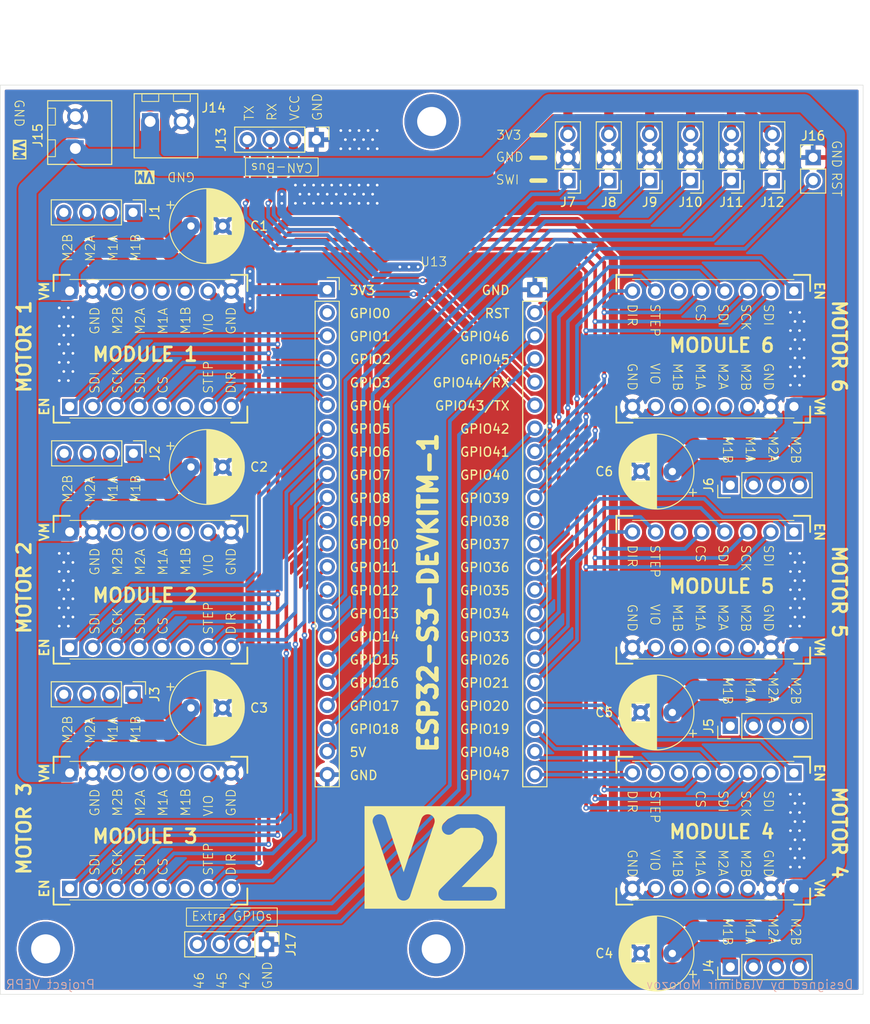
<source format=kicad_pcb>
(kicad_pcb (version 20241229) (generator "pcbnew") (generator_version "9.0")
  (layers (0 "F.Cu" signal) (2 "B.Cu" signal) (13 "F.Paste" user) (15 "B.Paste" user) (5 "F.SilkS" user "F.Silkscreen") (7 "B.SilkS" user "B.Silkscreen") (1 "F.Mask" user) (3 "B.Mask" user) (25 "Edge.Cuts" user))
  (net 0 "")
  (net 1 "GND")
  (net 2 "VM")
  (net 3 "/All TMCs/CS1")
  (net 4 "GPIO45")
  (net 5 "GPIO46")
  (net 6 "GPIO42")
  (net 7 "SDI")
  (net 8 "SCK")
  (net 9 "/All TMCs/STEP1")
  (net 10 "/All TMCs/DIR1")
  (net 11 "/All TMCs/EN1")
  (net 12 "VIO")
  (net 13 "SDO")
  (net 15 "/All TMCs/CS2")
  (net 16 "/All TMCs/DIR2")
  (net 17 "/All TMCs/STEP2")
  (net 18 "/All TMCs/EN2")
  (net 20 "/All TMCs/STEP3")
  (net 21 "/All TMCs/CS3")
  (net 22 "/All TMCs/DIR3")
  (net 23 "/All TMCs/EN3")
  (net 25 "/All TMCs/CS4")
  (net 26 "/All TMCs/EN4")
  (net 27 "/All TMCs/STEP4")
  (net 28 "/All TMCs/DIR4")
  (net 29 "/All TMCs/STEP5")
  (net 30 "/All TMCs/EN5")
  (net 31 "SW1")
  (net 32 "SW2")
  (net 33 "SW3")
  (net 34 "SW4")
  (net 35 "SW5")
  (net 36 "SW6")
  (net 37 "CAN_TX")
  (net 38 "CAN_RX")
  (net 39 "VCC")
  (net 40 "CHIP_PU")
  (net 41 "/All TMCs/CS5")
  (net 42 "/All TMCs/DIR5")
  (net 43 "/All TMCs/STEP6")
  (net 44 "/All TMCs/EN6")
  (net 45 "/All TMCs/DIR6")
  (net 46 "/All TMCs/CS6")
  (net 48 "/All TMCs/BothTMCs n1/M2B")
  (net 49 "/All TMCs/BothTMCs n1/M2A")
  (net 50 "/All TMCs/BothTMCs n2/M2A")
  (net 51 "/All TMCs/BothTMCs n2/M2B")
  (net 52 "/All TMCs/BothTMCs n4/M2B")
  (net 53 "/All TMCs/BothTMCs n4/M2A")
  (net 54 "/All TMCs/BothTMCs n5/M2A")
  (net 55 "/All TMCs/BothTMCs n5/M2B")
  (net 56 "/All TMCs/BothTMCs n3/M2A")
  (net 57 "/All TMCs/BothTMCs n3/M2B")
  (net 58 "/All TMCs/BothTMCs n6/M2B")
  (net 59 "/All TMCs/BothTMCs n6/M2A")
  (net 60 "/All TMCs/BothTMCs n1/M1B")
  (net 61 "/All TMCs/BothTMCs n1/M1A")
  (net 62 "/All TMCs/BothTMCs n2/M1B")
  (net 63 "/All TMCs/BothTMCs n2/M1A")
  (net 64 "/All TMCs/BothTMCs n4/M1B")
  (net 65 "/All TMCs/BothTMCs n4/M1A")
  (net 66 "/All TMCs/BothTMCs n5/M1B")
  (net 67 "/All TMCs/BothTMCs n5/M1A")
  (net 68 "/All TMCs/BothTMCs n3/M1B")
  (net 69 "/All TMCs/BothTMCs n3/M1A")
  (net 70 "/All TMCs/BothTMCs n6/M1A")
  (net 71 "/All TMCs/BothTMCs n6/M1B")
  (footprint "Connector_PinHeader_2.54mm:PinHeader_1x04_P2.54mm_Vertical" (layer "F.Cu") (at 180.88 118 90)
    (property "Reference" "J4")
    (property "Value" "Conn_01x04_Pin")
  )
  (footprint "Capacitor_THT:CP_Radial_D8.0mm_P3.50mm" (layer "F.Cu") (at 121.5 63)
    (property "Reference" "C2")
    (property "Value" "100uF/50V 20%")
  )
  (footprint "Connector_PinHeader_2.54mm:PinHeader_1x03_P2.54mm_Vertical" (layer "F.Cu") (at 181 31.5 180)
    (property "Reference" "J11")
    (property "Value" "Limit Switch Connector n5")
  )
  (footprint "Connector_PinHeader_2.54mm:PinHeader_1x03_P2.54mm_Vertical" (layer "F.Cu") (at 167.5 31.5 180)
    (property "Reference" "J8")
    (property "Value" "Limit Switch Connector n2")
  )
  (footprint "Capacitor_THT:CP_Radial_D8.0mm_P3.50mm" (layer "F.Cu") (at 174.5 63.5 180)
    (property "Reference" "C6")
    (property "Value" "100uF/50V 20%")
  )
  (footprint "Connector_PinHeader_2.54mm:PinHeader_1x03_P2.54mm_Vertical" (layer "F.Cu") (at 176.5 31.5 180)
    (property "Reference" "J10")
    (property "Value" "Limit Switch Connector n4")
  )
  (footprint "Custom_Footprints:ESP32-S3-DEVKITM Female Headers" (layer "F.Cu") (at 135.0776 98.1862)
    (property "Reference" "U13")
    (property "Value" "ESP32-S3-DEVKITM")
  )
  (footprint "Capacitor_THT:CP_Radial_D8.0mm_P3.50mm" (layer "F.Cu") (at 121.5 36.5)
    (property "Reference" "C1")
    (property "Value" "100uF/50V 20%")
  )
  (footprint "Custom_Footprints:Phoenix_TerminalBlock_1x02_3.5mm_1984617" (layer "F.Cu") (at 115.25 29)
    (property "Reference" "J14")
    (property "Value" "Screw_Terminal_01x02")
  )
  (footprint "Custom_Footprints:SILENTSTEPSTICK TMC2130" (layer "F.Cu") (at 168.84 50 -90)
    (property "Reference" "U6" (hide yes))
    (property "Value" "SILENTSTEPSTICK TMC2130")
  )
  (footprint "Connector_PinHeader_2.54mm:PinHeader_1x04_P2.54mm_Vertical" (layer "F.Cu") (at 180.88 91.5 90)
    (property "Reference" "J5")
    (property "Value" "Conn_01x04_Pin")
  )
  (footprint "Custom_Footprints:SILENTSTEPSTICK TMC2130" (layer "F.Cu") (at 168.84 103 -90)
    (property "Reference" "U4" (hide yes))
    (property "Value" "SILENTSTEPSTICK TMC2130")
  )
  (footprint "Connector_PinHeader_2.54mm:PinHeader_1x04_P2.54mm_Vertical" (layer "F.Cu") (at 115.12 35 -90)
    (property "Reference" "J1")
    (property "Value" "Conn_01x04_Pin")
  )
  (footprint "Connector_PinHeader_2.54mm:PinHeader_1x04_P2.54mm_Vertical" (layer "F.Cu") (at 115.12 88 -90)
    (property "Reference" "J3")
    (property "Value" "Conn_01x04_Pin")
  )
  (footprint "Capacitor_THT:CP_Radial_D8.0mm_P3.50mm" (layer "F.Cu") (at 174.5 90 180)
    (property "Reference" "C5")
    (property "Value" "100uF/50V 20%")
  )
  (footprint "Capacitor_THT:CP_Radial_D8.0mm_P3.50mm" (layer "F.Cu") (at 174.5 116.5 180)
    (property "Reference" "C4")
    (property "Value" "100uF/50V 20%")
  )
  (footprint "Custom_Footprints:SILENTSTEPSTICK TMC2130" (layer "F.Cu") (at 127.2 76.5 90)
    (property "Reference" "U2" (hide yes))
    (property "Value" "SILENTSTEPSTICK TMC2130")
  )
  (footprint "Capacitor_THT:CP_Radial_D8.0mm_P3.50mm" (layer "F.Cu") (at 121.5 89.5)
    (property "Reference" "C3")
    (property "Value" "100uF/50V 20%")
  )
  (footprint "Custom_Footprints:Untitled" (layer "F.Cu") (at 105.5 116)
    (property "Reference" "REF**" (hide yes))
    (property "Value" "M3-Hole" (hide yes))
  )
  (footprint "Connector_PinHeader_2.54mm:PinHeader_1x04_P2.54mm_Vertical" (layer "F.Cu") (at 129.81 115.5 -90)
    (property "Reference" "J17")
    (property "Value" "Remaining GPIOs")
  )
  (footprint "Connector_PinHeader_2.54mm:PinHeader_1x03_P2.54mm_Vertical" (layer "F.Cu") (at 185.5 31.5 180)
    (property "Reference" "J12")
    (property "Value" "Limit Switch Connector n6")
  )
  (footprint "Connector_PinHeader_2.54mm:PinHeader_1x04_P2.54mm_Vertical" (layer "F.Cu") (at 115.16 61.5 -90)
    (property "Reference" "J2")
    (property "Value" "Conn_01x04_Pin")
  )
  (footprint "Custom_Footprints:SILENTSTEPSTICK TMC2130" (layer "F.Cu") (at 127.2 103 90)
    (property "Reference" "U3" (hide yes))
    (property "Value" "SILENTSTEPSTICK TMC2130")
  )
  (footprint "Custom_Footprints:Phoenix_TerminalBlock_1x02_3.5mm_1984617" (layer "F.Cu") (at 112.775 29.72 90)
    (property "Reference" "J15")
    (property "Value" "Screw_Terminal_01x02")
  )
  (footprint "Connector_PinHeader_2.54mm:PinHeader_1x02_P2.54mm_Vertical" (layer "F.Cu") (at 190 28.96)
    (property "Reference" "J16")
    (property "Value" "Controller Reset")
  )
  (footprint "Custom_Footprints:Untitled" (layer "F.Cu") (at 148 25)
    (property "Reference" "REF**" (hide yes))
    (property "Value" "M3-Hole" (hide yes))
  )
  (footprint "Connector_PinHeader_2.54mm:PinHeader_1x04_P2.54mm_Vertical" (layer "F.Cu") (at 135.31 27 -90)
    (property "Reference" "J13")
    (property "Value" "CAN Connector")
  )
  (footprint "Connector_PinHeader_2.54mm:PinHeader_1x03_P2.54mm_Vertical" (layer "F.Cu") (at 172 31.5 180)
    (property "Reference" "J9")
    (property "Value" "Limit Switch Connector n3")
  )
  (footprint "Custom_Footprints:SILENTSTEPSTICK TMC2130" (layer "F.Cu") (at 127.2 50 90)
    (property "Reference" "U1" (hide yes))
    (property "Value" "SILENTSTEPSTICK TMC2130")
  )
  (footprint "Connector_PinHeader_2.54mm:PinHeader_1x03_P2.54mm_Vertical" (layer "F.Cu") (at 163 31.5 180)
    (property "Reference" "J7")
    (property "Value" "Limit Switch Connector n1")
  )
  (footprint "Custom_Footprints:SILENTSTEPSTICK TMC2130" (layer "F.Cu") (at 168.84 76.5 -90)
    (property "Reference" "U5" (hide yes))
    (property "Value" "SILENTSTEPSTICK TMC2130")
  )
  (footprint "Connector_PinHeader_2.54mm:PinHeader_1x04_P2.54mm_Vertical" (layer "F.Cu") (at 180.88 65 90)
    (property "Reference" "J6")
    (property "Value" "Conn_01x04_Pin")
  )
  (footprint "Custom_Footprints:Untitled" (layer "F.Cu") (at 148.5 116)
    (property "Reference" "REF**" (hide yes))
    (property "Value" "M3-Hole" (hide yes))
  )
  (gr_line (start 160.5 29) (end 159 29) (stroke (width 0.5)) (layer "F.SilkS"))
  (gr_line (start 160.5 26.5) (end 159 26.5) (stroke (width 0.5)) (layer "F.SilkS"))
  (gr_line (start 160.5 31.5) (end 159 31.5) (stroke (width 0.5)) (layer "F.SilkS"))
  (gr_rect (start 121 111.5) (end 131 113.5) (stroke (width 0.1)) (fill no) (layer "F.SilkS"))
  (gr_rect (start 127.5 29) (end 135.5 31) (stroke (width 0.1)) (fill no) (layer "F.SilkS"))
  (gr_rect (start 100.5 21) (end 195.5 121) (stroke (width 0.05)) (fill no) (layer "Edge.Cuts"))
  (gr_text "VIO" (at 172 78 270) (layer "F.SilkS") (effects (font (size 1 1) (thickness 0.1)) (justify left bottom)))
  (gr_text "SDI" (at 111.5 81.5 90) (layer "F.SilkS") (effects (font (size 1 1) (thickness 0.1)) (justify left bottom)))
  (gr_text "M1A" (at 182.5 112.5 270) (layer "F.SilkS") (effects (font (size 1 1) (thickness 0.1)) (justify left bottom)))
  (gr_text "VIO" (at 172 105 270) (layer "F.SilkS") (effects (font (size 1 1) (thickness 0.1)) (justify left bottom)))
  (gr_text "M2A" (at 111 40.5 90) (layer "F.SilkS") (effects (font (size 1 1) (thickness 0.1)) (justify left bottom)))
  (gr_text "GND" (at 130.5 120.5 90) (layer "F.SilkS") (effects (font (size 1 1) (thickness 0.1)) (justify left bottom)))
  (gr_text "GND" (at 111.5 75 90) (layer "F.SilkS") (effects (font (size 1 1) (thickness 0.1)) (justify left bottom)))
  (gr_text "SDI" (at 116.5 81.5 90) (layer "F.SilkS") (effects (font (size 1 1) (thickness 0.1)) (justify left bottom)))
  (gr_text "M2A" (at 185 59.5 270) (layer "F.SilkS") (effects (font (size 1 1) (thickness 0.1)) (justify left bottom)))
  (gr_text "GND" (at 126.5 101.5 90) (layer "F.SilkS") (effects (font (size 1 1) (thickness 0.1)) (justify left bottom)))
  (gr_text "SDI" (at 116.5 108 90) (layer "F.SilkS") (effects (font (size 1 1) (thickness 0.1)) (justify left bottom)))
  (gr_text "STEP" (at 172 45 270) (layer "F.SilkS") (effects (font (size 1 1) (thickness 0.1)) (justify left bottom)))
  (gr_text "M2B" (at 182 78 270) (layer "F.SilkS") (effects (font (size 1 1) (thickness 0.1)) (justify left bottom)))
  (gr_text "M1B" (at 174.5 51.5 270) (layer "F.SilkS") (effects (font (size 1 1) (thickness 0.1)) (justify left bottom)))
  (gr_text "M2B" (at 108.5 67 90) (layer "F.SilkS") (effects (font (size 1 1) (thickness 0.1)) (justify left bottom)))
  (gr_text "CS" (at 177 45 270) (layer "F.SilkS") (effects (font (size 1 1) (thickness 0.1)) (justify left bottom)))
  (gr_text "Extra GPIOs" (at 121.5 113 0) (layer "F.SilkS") (effects (font (size 1 1) (thickness 0.1)) (justify left bottom)))
  (gr_text "STEP" (at 124 108 90) (layer "F.SilkS") (effects (font (size 1 1) (thickness 0.1)) (justify left bottom)))
  (gr_text "TX" (at 128.5 25 90) (layer "F.SilkS") (effects (font (size 1 1) (thickness 0.1)) (justify left bottom)))
  (gr_text "MOTOR 3" (at 104 108 90) (layer "F.SilkS") (effects (font (size 1.5 1.5) (thickness 0.3) (bold yes)) (justify left bottom)))
  (gr_text "SDI" (at 116.5 55 90) (layer "F.SilkS") (effects (font (size 1 1) (thickness 0.1)) (justify left bottom)))
  (gr_text "M2A" (at 111 93.5 90) (layer "F.SilkS") (effects (font (size 1 1) (thickness 0.1)) (justify left bottom)))
  (gr_text "SCK" (at 182 45 270) (layer "F.SilkS") (effects (font (size 1 1) (thickness 0.1)) (justify left bottom)))
  (gr_text "M2B" (at 114 75 90) (layer "F.SilkS") (effects (font (size 1 1) (thickness 0.1)) (justify left bottom)))
  (gr_text "M2A" (at 185 86 270) (layer "F.SilkS") (effects (font (size 1 1) (thickness 0.1)) (justify left bottom)))
  (gr_text "45" (at 125.5 120.5 90) (layer "F.SilkS") (effects (font (size 1 1) (thickness 0.1)) (justify left bottom)))
  (gr_text "STEP" (at 172 71.5 270) (layer "F.SilkS") (effects (font (size 1 1) (thickness 0.1)) (justify left bottom)))
  (gr_text "GND" (at 169.5 105 270) (layer "F.SilkS") (effects (font (size 1 1) (thickness 0.1)) (justify left bottom)))
  (gr_text "42" (at 128 120.5 90) (layer "F.SilkS") (effects (font (size 1 1) (thickness 0.1)) (justify left bottom)))
  (gr_text "M1B" (at 116 93.5 90) (layer "F.SilkS") (effects (font (size 1 1) (thickness 0.1)) (justify left bottom)))
  (gr_text "DIR" (at 126.5 108 90) (layer "F.SilkS") (effects (font (size 1 1) (thickness 0.1)) (justify left bottom)))
  (gr_text "M1B" (at 174.5 78 270) (layer "F.SilkS") (effects (font (size 1 1) (thickness 0.1)) (justify left bottom)))
  (gr_text "M1A" (at 182.5 86 270) (layer "F.SilkS") (effects (font (size 1 1) (thickness 0.1)) (justify left bottom)))
  (gr_text "M1B" (at 180 86 270) (layer "F.SilkS") (effects (font (size 1 1) (thickness 0.1)) (justify left bottom)))
  (gr_text "M2B" (at 182 105 270) (layer "F.SilkS") (effects (font (size 1 1) (thickness 0.1)) (justify left bottom)))
  (gr_text "MOTOR 5" (at 192 71.5 270) (layer "F.SilkS") (effects (font (size 1.5 1.5) (thickness 0.3) (bold yes)) (justify left bottom)))
  (gr_text "M2B" (at 187.5 59.5 270) (layer "F.SilkS") (effects (font (size 1 1) (thickness 0.1)) (justify left bottom)))
  (gr_text "M1B" (at 174.5 105 270) (layer "F.SilkS") (effects (font (size 1 1) (thickness 0.1)) (justify left bottom)))
  (gr_text "M2B" (at 108.5 40.5 90) (layer "F.SilkS") (effects (font (size 1 1) (thickness 0.1)) (justify left bottom)))
  (gr_text "GND" (at 184.5 51.5 270) (layer "F.SilkS") (effects (font (size 1 1) (thickness 0.1)) (justify left bottom)))
  (gr_text "GND" (at 184.5 105 270) (layer "F.SilkS") (effects (font (size 1 1) (thickness 0.1)) (justify left bottom)))
  (gr_text "M1A" (at 182.5 59.5 270) (layer "F.SilkS") (effects (font (size 1 1) (thickness 0.1)) (justify left bottom)))
  (gr_text "M1A" (at 119 101.5 90) (layer "F.SilkS") (effects (font (size 1 1) (thickness 0.1)) (justify left bottom)))
  (gr_text "CAN-Bus" (at 135 29.5 180) (layer "F.SilkS") (effects (font (size 1 1) (thickness 0.1)) (justify left bottom)))
  (gr_text "M2A" (at 185 112.5 270) (layer "F.SilkS") (effects (font (size 1 1) (thickness 0.1)) (justify left bottom)))
  (gr_text "M1A" (at 177 105 270) (layer "F.SilkS") (effects (font (size 1 1) (thickness 0.1)) (justify left bottom)))
  (gr_text "MOTOR 6" (at 192 44.5 270) (layer "F.SilkS") (effects (font (size 1.5 1.5) (thickness 0.3) (bold yes)) (justify left bottom)))
  (gr_text "VIO" (at 172 51.5 270) (layer "F.SilkS") (effects (font (size 1 1) (thickness 0.1)) (justify left bottom)))
  (gr_text "VIO" (at 124 101.5 90) (layer "F.SilkS") (effects (font (size 1 1) (thickness 0.1)) (justify left bottom)))
  (gr_text "M2B" (at 182 51.5 270) (layer "F.SilkS") (effects (font (size 1 1) (thickness 0.1)) (justify left bottom)))
  (gr_text "SDI" (at 179.5 98.5 270) (layer "F.SilkS") (effects (font (size 1 1) (thickness 0.1)) (justify left bottom)))
  (gr_text "M2B" (at 108.5 93.5 90) (layer "F.SilkS") (effects (font (size 1 1) (thickness 0.1)) (justify left bottom)))
  (gr_text "GND" (at 169.5 78 270) (layer "F.SilkS") (effects (font (size 1 1) (thickness 0.1)) (justify left bottom)))
  (gr_text "CS" (at 119 108 90) (layer "F.SilkS") (effects (font (size 1 1) (thickness 0.1)) (justify left bottom)))
  (gr_text "GND" (at 126.5 48.5 90) (layer "F.SilkS") (effects (font (size 1 1) (thickness 0.1)) (justify left bottom)))
  (gr_text "STEP" (at 124 81.5 90) (layer "F.SilkS") (effects (font (size 1 1) (thickness 0.1)) (justify left bottom)))
  (gr_text "M1B" (at 121.5 75 90) (layer "F.SilkS") (effects (font (size 1 1) (thickness 0.1)) (justify left bottom)))
  (gr_text "M1A" (at 119 48.5 90) (layer "F.SilkS") (effects (font (size 1 1) (thickness 0.1)) (justify left bottom)))
  (gr_text "CS" (at 119 81.5 90) (layer "F.SilkS") (effects (font (size 1 1) (thickness 0.1)) (justify left bottom)))
  (gr_text "GND" (at 192 27 270) (layer "F.SilkS") (effects (font (size 1 1) (thickness 0.1)) (justify left bottom)))
  (gr_text "SDI" (at 179.5 71.5 270) (layer "F.SilkS") (effects (font (size 1 1) (thickness 0.1)) (justify left bottom)))
  (gr_text "MODULE 1" (at 110.5 51.5 0) (layer "F.SilkS") (effects (font (size 1.5 1.5) (thickness 0.3) (bold yes)) (justify left bottom)))
  (gr_text "DIR" (at 169.5 71.5 270) (layer "F.SilkS") (effects (font (size 1 1) (thickness 0.1)) (justify left bottom)))
  (gr_text "M1A" (at 113.5 67 90) (layer "F.SilkS") (effects (font (size 1 1) (thickness 0.1)) (justify left bottom)))
  (gr_text "M1B" (at 116 40.5 90) (layer "F.SilkS") (effects (font (size 1 1) (thickness 0.1)) (justify left bottom)))
  (gr_text "M2A" (at 116.5 101.5 90) (layer "F.SilkS") (effects (font (size 1 1) (thickness 0.1)) (justify left bottom)))
  (gr_text "M2A" (at 116.5 48.5 90) (layer "F.SilkS") (effects (font (size 1 1) (thickness 0.1)) (justify left bottom)))
  (gr_text "CS" (at 177 71.5 270) (layer "F.SilkS") (effects (font (size 1 1) (thickness 0.1)) (justify left bottom)))
  (gr_text "M1B" (at 180 59.5 270) (layer "F.SilkS") (effects (font (size 1 1) (thickness 0.1)) (justify left bottom)))
  (gr_text "SCK" (at 114 81.5 90) (layer "F.SilkS") (effects (font (size 1 1) (thickness 0.1)) (justify left bottom)))
  (gr_text "M1A" (at 177 51.5 270) (layer "F.SilkS") (effects (font (size 1 1) (thickness 0.1)) (justify left bottom)))
  (gr_text "STEP" (at 172 98.5 270) (layer "F.SilkS") (effects (font (size 1 1) (thickness 0.1)) (justify left bottom)))
  (gr_text "SDI" (at 111.5 108 90) (layer "F.SilkS") (effects (font (size 1 1) (thickness 0.1)) (justify left bottom)))
  (gr_text "DIR" (at 126.5 81.5 90) (layer "F.SilkS") (effects (font (size 1 1) (thickness 0.1)) (justify left bottom)))
  (gr_text "MODULE 3" (at 110.5 104.5 0) (layer "F.SilkS") (effects (font (size 1.5 1.5) (thickness 0.3) (bold yes)) (justify left bottom)))
  (gr_text "DIR" (at 169.5 98.5 270) (layer "F.SilkS") (effects (font (size 1 1) (thickness 0.1)) (justify left bottom)))
  (gr_text "M2A" (at 111 67 90) (layer "F.SilkS") (effects (font (size 1 1) (thickness 0.1)) (justify left bottom)))
  (gr_text "SWI" (at 155 32 0) (layer "F.SilkS") (effects (font (size 1 1) (thickness 0.1)) (justify left bottom)))
  (gr_text "GND" (at 102 22.5 270) (layer "F.SilkS") (effects (font (size 1 1) (thickness 0.1)) (justify left bottom)))
  (gr_text "SDI" (at 184.5 45 270) (layer "F.SilkS") (effects (font (size 1 1) (thickness 0.1)) (justify left bottom)))
  (gr_text "VM" (at 117.5 30.5 180) (layer "F.SilkS" knockout) (effects (font (size 1 1) (thickness 0.25) (bold yes)) (justify left bottom)))
  (gr_text "VIO" (at 124 48.5 90) (layer "F.SilkS") (effects (font (size 1 1) (thickness 0.1)) (justify left bottom)))
  (gr_text "GND" (at 184.5 78 270) (layer "F.SilkS") (effects (font (size 1 1) (thickness 0.1)) (justify left bottom)))
  (gr_text "M1B" (at 121.5 48.5 90) (layer "F.SilkS") (effects (font (size 1 1) (thickness 0.1)) (justify left bottom)))
  (gr_text "RST" (at 192 30.5 270) (layer "F.SilkS") (effects (font (size 1 1) (thickness 0.1)) (justify left bottom)))
  (gr_text "VCC" (at 133.5 25 90) (layer "F.SilkS") (effects (font (size 1 1) (thickness 0.1)) (justify left bottom)))
  (gr_text "M2A" (at 179.5 51.5 270) (layer "F.SilkS") (effects (font (size 1 1) (thickness 0.1)) (justify left bottom)))
  (gr_text "RX" (at 131 25 90) (layer "F.SilkS") (effects (font (size 1 1) (thickness 0.1)) (justify left bottom)))
  (gr_text "MODULE 2" (at 110.5 78 0) (layer "F.SilkS") (effects (font (size 1.5 1.5) (thickness 0.3) (bold yes)) (justify left bottom)))
  (gr_text "CS" (at 177 98.5 270) (layer "F.SilkS") (effects (font (size 1 1) (thickness 0.1)) (justify left bottom)))
  (gr_text "MOTOR 1" (at 104 55 90) (layer "F.SilkS") (effects (font (size 1.5 1.5) (thickness 0.3) (bold yes)) (justify left bottom)))
  (gr_text "M2B" (at 114 101.5 90) (layer "F.SilkS") (effects (font (size 1 1) (thickness 0.1)) (justify left bottom)))
  (gr_text "SCK" (at 114 55 90) (layer "F.SilkS") (effects (font (size 1 1) (thickness 0.1)) (justify left bottom)))
  (gr_text "3V3" (at 156.5 26.5 0) (layer "F.SilkS") (effects (font (size 1 1) (thickness 0.1))))
  (gr_text "SDI" (at 179.5 45 270) (layer "F.SilkS") (effects (font (size 1 1) (thickness 0.1)) (justify left bottom)))
  (gr_text "V2" (at 140.5 111 0) (layer "F.SilkS" knockout) (effects (font (size 8 8) (thickness 1.5) (bold yes)) (justify left bottom)))
  (gr_text "46" (at 123 120.5 90) (layer "F.SilkS") (effects (font (size 1 1) (thickness 0.1)) (justify left bottom)))
  (gr_text "DIR" (at 126.5 55 90) (layer "F.SilkS") (effects (font (size 1 1) (thickness 0.1)) (justify left bottom)))
  (gr_text "VM" (at 102 27 270) (layer "F.SilkS" knockout) (effects (font (size 1 1) (thickness 0.25) (bold yes)) (justify left bottom)))
  (gr_text "MODULE 4" (at 174 104 0) (layer "F.SilkS") (effects (font (size 1.5 1.5) (thickness 0.3) (bold yes)) (justify left bottom)))
  (gr_text "GND" (at 155 29.5 0) (layer "F.SilkS") (effects (font (size 1 1) (thickness 0.1)) (justify left bottom)))
  (gr_text "CS" (at 119 55 90) (layer "F.SilkS") (effects (font (size 1 1) (thickness 0.1)) (justify left bottom)))
  (gr_text "GND" (at 111.5 101.5 90) (layer "F.SilkS") (effects (font (size 1 1) (thickness 0.1)) (justify left bottom)))
  (gr_text "MODULE 6" (at 174 50.5 0) (layer "F.SilkS") (effects (font (size 1.5 1.5) (thickness 0.3) (bold yes)) (justify left bottom)))
  (gr_text "M1A" (at 177 78 270) (layer "F.SilkS") (effects (font (size 1 1) (thickness 0.1)) (justify left bottom)))
  (gr_text "M1A" (at 113.5 93.5 90) (layer "F.SilkS") (effects (font (size 1 1) (thickness 0.1)) (justify left bottom)))
  (gr_text "SDI" (at 184.5 71.5 270) (layer "F.SilkS") (effects (font (size 1 1) (thickness 0.1)) (justify left bottom)))
  (gr_text "M2A" (at 179.5 78 270) (layer "F.SilkS") (effects (font (size 1 1) (thickness 0.1)) (justify left bottom)))
  (gr_text "GND" (at 126.5 75 90) (layer "F.SilkS") (effects (font (size 1 1) (thickness 0.1)) (justify left bottom)))
  (gr_text "SCK" (at 182 98.5 270) (layer "F.SilkS") (effects (font (size 1 1) (thickness 0.1)) (justify left bottom)))
  (gr_text "M2B" (at 187.5 112.5 270) (layer "F.SilkS") (effects (font (size 1 1) (thickness 0.1)) (justify left bottom)))
  (gr_text "DIR" (at 169.5 45 270) (layer "F.SilkS") (effects (font (size 1 1) (thickness 0.1)) (justify left bottom)))
  (gr_text "M1B" (at 116 67 90) (layer "F.SilkS") (effects (font (size 1 1) (thickness 0.1)) (justify left bottom)))
  (gr_text "M1A" (at 119 75 90) (layer "F.SilkS") (effects (font (size 1 1) (thickness 0.1)) (justify left bottom)))
  (gr_text "SDI" (at 111.5 55 90) (layer "F.SilkS") (effects (font (size 1 1) (thickness 0.1)) (justify left bottom)))
  (gr_text "M2B" (at 114 48.5 90) (layer "F.SilkS") (effects (font (size 1 1) (thickness 0.1)) (justify left bottom)))
  (gr_text "STEP" (at 124 55 90) (layer "F.SilkS") (effects (font (size 1 1) (thickness 0.1)) (justify left bottom)))
  (gr_text "GND" (at 111.5 48.5 90) (layer "F.SilkS") (effects (font (size 1 1) (thickness 0.1)) (justify left bottom)))
  (gr_text "M2A" (at 179.5 105 270) (layer "F.SilkS") (effects (font (size 1 1) (thickness 0.1)) (justify left bottom)))
  (gr_text "SDI" (at 184.5 98.5 270) (layer "F.SilkS") (effects (font (size 1 1) (thickness 0.1)) (justify left bottom)))
  (gr_text "M1A" (at 113.5 40.5 90) (layer "F.SilkS") (effects (font (size 1 1) (thickness 0.1)) (justify left bottom)))
  (gr_text "GND" (at 136 25 90) (layer "F.SilkS") (effects (font (size 1 1) (thickness 0.1)) (justify left bottom)))
  (gr_text "M2B" (at 187.5 86 270) (layer "F.SilkS") (effects (font (size 1 1) (thickness 0.1)) (justify left bottom)))
  (gr_text "GND" (at 122 30.5 180) (layer "F.SilkS") (effects (font (size 1 1) (thickness 0.1)) (justify left bottom)))
  (gr_text "M2A" (at 116.5 75 90) (layer "F.SilkS") (effects (font (size 1 1) (thickness 0.1)) (justify left bottom)))
  (gr_text "M1B" (at 180 112.5 270) (layer "F.SilkS") (effects (font (size 1 1) (thickness 0.1)) (justify left bottom)))
  (gr_text "SCK" (at 114 108 90) (layer "F.SilkS") (effects (font (size 1 1) (thickness 0.1)) (justify left bottom)))
  (gr_text "MOTOR 2" (at 104 81.5 90) (layer "F.SilkS") (effects (font (size 1.5 1.5) (thickness 0.3) (bold yes)) (justify left bottom)))
  (gr_text "MODULE 5" (at 174 77 0) (layer "F.SilkS") (effects (font (size 1.5 1.5) (thickness 0.3) (bold yes)) (justify left bottom)))
  (gr_text "GND" (at 169.5 51.5 270) (layer "F.SilkS") (effects (font (size 1 1) (thickness 0.1)) (justify left bottom)))
  (gr_text "VIO" (at 124 75 90) (layer "F.SilkS") (effects (font (size 1 1) (thickness 0.1)) (justify left bottom)))
  (gr_text "MOTOR 4" (at 192 98 270) (layer "F.SilkS") (effects (font (size 1.5 1.5) (thickness 0.3) (bold yes)) (justify left bottom)))
  (gr_text "M1B" (at 121.5 101.5 90) (layer "F.SilkS") (effects (font (size 1 1) (thickness 0.1)) (justify left bottom)))
  (gr_text "SCK" (at 182 71.5 270) (layer "F.SilkS") (effects (font (size 1 1) (thickness 0.1)) (justify left bottom)))
  (gr_text "Project VEPR" (at 111 120.5 0) (layer "B.SilkS") (effects (font (size 1 1) (thickness 0.1)) (justify left bottom mirror)))
  (gr_text "Designed by Vladimir Morozov" (at 194.5 120.5 0) (layer "B.SilkS") (effects (font (size 1 1) (thickness 0.1)) (justify left bottom mirror)))
  (via (at 108.5 46.5) (size 0.6) (drill 0.3) (layers "F.Cu" "B.Cu") (net 1))
  (via (at 134.5 33) (size 0.6) (drill 0.3) (layers "F.Cu" "B.Cu") (net 1))
  (via (at 108.5 48.5) (size 0.6) (drill 0.3) (layers "F.Cu" "B.Cu") (net 1))
  (via (at 108 51.5) (size 0.6) (drill 0.3) (layers "F.Cu" "B.Cu") (net 1))
  (via (at 107 47.5) (size 0.6) (drill 0.3) (layers "F.Cu" "B.Cu") (net 1))
  (via (at 107 74.5) (size 0.6) (drill 0.3) (layers "F.Cu" "B.Cu") (net 1))
  (via (at 188 100) (size 0.6) (drill 0.3) (layers "F.Cu" "B.Cu") (net 1))
  (via (at 189 100) (size 0.6) (drill 0.3) (layers "F.Cu" "B.Cu") (net 1))
  (via (at 107.5 79.5) (size 0.6) (drill 0.3) (layers "F.Cu" "B.Cu") (net 1))
  (via (at 137 34) (size 0.6) (drill 0.3) (layers "F.Cu" "B.Cu") (net 1))
  (via (at 142 32) (size 0.6) (drill 0.3) (layers "F.Cu" "B.Cu") (net 1))
  (via (at 187.5 105) (size 0.6) (drill 0.3) (layers "F.Cu" "B.Cu") (net 1))
  (via (at 188.5 48) (size 0.6) (drill 0.3) (layers "F.Cu" "B.Cu") (net 1))
  (via (at 133 32) (size 0.6) (drill 0.3) (layers "F.Cu" "B.Cu") (net 1))
  (via (at 187.5 103) (size 0.6) (drill 0.3) (layers "F.Cu" "B.Cu") (net 1))
  (via (at 135 32) (size 0.6) (drill 0.3) (layers "F.Cu" "B.Cu") (net 1))
  (via (at 133.5 33) (size 0.6) (drill 0.3) (layers "F.Cu" "B.Cu") (net 1))
  (via (at 187.5 52) (size 0.6) (drill 0.3) (layers "F.Cu" "B.Cu") (net 1))
  (via (at 188 106) (size 0.6) (drill 0.3) (layers "F.Cu" "B.Cu") (net 1))
  (via (at 188 77.5) (size 0.6) (drill 0.3) (layers "F.Cu" "B.Cu") (net 1))
  (via (at 139 28) (size 0.6) (drill 0.3) (layers "F.Cu" "B.Cu") (net 1))
  (via (at 141 26) (size 0.6) (drill 0.3) (layers "F.Cu" "B.Cu") (net 1))
  (via (at 139 34) (size 0.6) (drill 0.3) (layers "F.Cu" "B.Cu") (net 1))
  (via (at 188.5 72.5) (size 0.6) (drill 0.3) (layers "F.Cu" "B.Cu") (net 1))
  (via (at 107.5 75.5) (size 0.6) (drill 0.3) (layers "F.Cu" "B.Cu") (net 1))
  (via (at 141 34) (size 0.6) (drill 0.3) (layers "F.Cu" "B.Cu") (net 1))
  (via (at 142 34) (size 0.6) (drill 0.3) (layers "F.Cu" "B.Cu") (net 1))
  (via (at 189 53) (size 0.6) (drill 0.3) (layers "F.Cu" "B.Cu") (net 1))
  (via (at 188.5 78.5) (size 0.6) (drill 0.3) (layers "F.Cu" "B.Cu") (net 1))
  (via (at 188.5 80.5) (size 0.6) (drill 0.3) (layers "F.Cu" "B.Cu") (net 1))
  (via (at 107.5 46.5) (size 0.6) (drill 0.3) (layers "F.Cu" "B.Cu") (net 1))
  (via (at 188.5 101) (size 0.6) (drill 0.3) (layers "F.Cu" "B.Cu") (net 1))
  (via (at 142 26) (size 0.6) (drill 0.3) (layers "F.Cu" "B.Cu") (net 1))
  (via (at 135.5 33) (size 0.6) (drill 0.3) (layers "F.Cu" "B.Cu") (net 1))
  (via (at 188.5 50) (size 0.6) (drill 0.3) (layers "F.Cu" "B.Cu") (net 1))
  (via (at 187.5 78.5) (size 0.6) (drill 0.3) (layers "F.Cu" "B.Cu") (net 1))
  (via (at 140.5 33) (size 0.6) (drill 0.3) (layers "F.Cu" "B.Cu") (net 1))
  (via (at 108.5 79.5) (size 0.6) (drill 0.3) (layers "F.Cu" "B.Cu") (net 1))
  (via (at 134 34) (size 0.6) (drill 0.3) (layers "F.Cu" "B.Cu") (net 1))
  (via (at 187.5 107) (size 0.6) (drill 0.3) (layers "F.Cu" "B.Cu") (net 1))
  (via (at 189 49) (size 0.6) (drill 0.3) (layers "F.Cu" "B.Cu") (net 1))
  (via (at 187.5 76.5) (size 0.6) (drill 0.3) (layers "F.Cu" "B.Cu") (net 1))
  (via (at 134 32) (size 0.6) (drill 0.3) (layers "F.Cu" "B.Cu") (net 1))
  (via (at 140 26) (size 0.6) (drill 0.3) (layers "F.Cu" "B.Cu") (net 1))
  (via (at 188.5 52) (size 0.6) (drill 0.3) (layers "F.Cu" "B.Cu") (net 1))
  (via (at 188 102) (size 0.6) (drill 0.3) (layers "F.Cu" "B.Cu") (net 1))
  (via (at 108.5 77.5) (size 0.6) (drill 0.3) (layers "F.Cu" "B.Cu") (net 1))
  (via (at 138 34) (size 0.6) (drill 0.3) (layers "F.Cu" "B.Cu") (net 1))
  (via (at 136.5 33) (size 0.6) (drill 0.3) (layers "F.Cu" "B.Cu") (net 1))
  (via (at 107 51.5) (size 0.6) (drill 0.3) (layers "F.Cu" "B.Cu") (net 1))
  (via (at 189 79.5) (size 0.6) (drill 0.3) (layers "F.Cu" "B.Cu") (net 1))
  (via (at 107 76.5) (size 0.6) (drill 0.3) (layers "F.Cu" "B.Cu") (net 1))
  (via (at 108.5 73.5) (size 0.6) (drill 0.3) (layers "F.Cu" "B.Cu") (net 1))
  (via (at 107 72.5) (size 0.6) (drill 0.3) (layers "F.Cu" "B.Cu") (net 1))
  (via (at 188.5 46) (size 0.6) (drill 0.3) (layers "F.Cu" "B.Cu") (net 1))
  (via (at 188 104) (size 0.6) (drill 0.3) (layers "F.Cu" "B.Cu") (net 1))
  (via (at 108 74.5) (size 0.6) (drill 0.3) (layers "F.Cu" "B.Cu") (net 1))
  (via (at 107 49.5) (size 0.6) (drill 0.3) (layers "F.Cu" "B.Cu") (net 1))
  (via (at 107 45.5) (size 0.6) (drill 0.3) (layers "F.Cu" "B.Cu") (net 1))
  (via (at 187.5 46) (size 0.6) (drill 0.3) (layers "F.Cu" "B.Cu") (net 1))
  (via (at 189 73.5) (size 0.6) (drill 0.3) (layers "F.Cu" "B.Cu") (net 1))
  (via (at 188 51) (size 0.6) (drill 0.3) (layers "F.Cu" "B.Cu") (net 1))
  (via (at 108 72.5) (size 0.6) (drill 0.3) (layers "F.Cu" "B.Cu") (net 1))
  (via (at 188 75.5) (size 0.6) (drill 0.3) (layers "F.Cu" "B.Cu") (net 1))
  (via (at 189 104) (size 0.6) (drill 0.3) (layers "F.Cu" "B.Cu") (net 1))
  (via (at 188 49) (size 0.6) (drill 0.3) (layers "F.Cu" "B.Cu") (net 1))
  (via (at 108 76.5) (size 0.6) (drill 0.3) (layers "F.Cu" "B.Cu") (net 1))
  (via (at 108 47.5) (size 0.6) (drill 0.3) (layers "F.Cu" "B.Cu") (net 1))
  (via (at 136 32) (size 0.6) (drill 0.3) (layers "F.Cu" "B.Cu") (net 1))
  (via (at 108 78.5) (size 0.6) (drill 0.3) (layers "F.Cu" "B.Cu") (net 1))
  (via (at 189 51) (size 0.6) (drill 0.3) (layers "F.Cu" "B.Cu") (net 1))
  (via (at 137 32) (size 0.6) (drill 0.3) (layers "F.Cu" "B.Cu") (net 1))
  (via (at 141.5 33) (size 0.6) (drill 0.3) (layers "F.Cu" "B.Cu") (net 1))
  (via (at 189 106) (size 0.6) (drill 0.3) (layers "F.Cu" "B.Cu") (net 1))
  (via (at 107 78.5) (size 0.6) (drill 0.3) (layers "F.Cu" "B.Cu") (net 1))
  (via (at 108.5 50.5) (size 0.6) (drill 0.3) (layers "F.Cu" "B.Cu") (net 1))
  (via (at 188.5 103) (size 0.6) (drill 0.3) (layers "F.Cu" "B.Cu") (net 1))
  (via (at 107.5 52.5) (size 0.6) (drill 0.3) (layers "F.Cu" "B.Cu") (net 1))
  (via (at 108 49.5) (size 0.6) (drill 0.3) (layers "F.Cu" "B.Cu") (net 1))
  (via (at 139 26) (size 0.6) (drill 0.3) (layers "F.Cu" "B.Cu") (net 1))
  (via (at 139 32) (size 0.6) (drill 0.3) (layers "F.Cu" "B.Cu") (net 1))
  (via (at 140 28) (size 0.6) (drill 0.3) (layers "F.Cu" "B.Cu") (net 1))
  (via (at 189 47) (size 0.6) (drill 0.3) (layers "F.Cu" "B.Cu") (net 1))
  (via (at 189 77.5) (size 0.6) (drill 0.3) (layers "F.Cu" "B.Cu") (net 1))
  (via (at 107.5 48.5) (size 0.6) (drill 0.3) (layers "F.Cu" "B.Cu") (net 1))
  (via (at 108.5 52.5) (size 0.6) (drill 0.3) (layers "F.Cu" "B.Cu") (net 1))
  (via (at 188.5 105) (size 0.6) (drill 0.3) (layers "F.Cu" "B.Cu") (net 1))
  (via (at 188.5 74.5) (size 0.6) (drill 0.3) (layers "F.Cu" "B.Cu") (net 1))
  (via (at 136 34) (size 0.6) (drill 0.3) (layers "F.Cu" "B.Cu") (net 1))
  (via (at 187.5 101) (size 0.6) (drill 0.3) (layers "F.Cu" "B.Cu") (net 1))
  (via (at 187.5 99) (size 0.6) (drill 0.3) (layers "F.Cu" "B.Cu") (net 1))
  (via (at 188.5 99) (size 0.6) (drill 0.3) (layers "F.Cu" "B.Cu") (net 1))
  (via (at 138 32) (size 0.6) (drill 0.3) (layers "F.Cu" "B.Cu") (net 1))
  (via (at 140.5 27) (size 0.6) (drill 0.3) (layers "F.Cu" "B.Cu") (net 1))
  (via (at 187.5 54) (size 0.6) (drill 0.3) (layers "F.Cu" "B.Cu") (net 1))
  (via (at 141.5 27) (size 0.6) (drill 0.3) (layers "F.Cu" "B.Cu") (net 1))
  (via (at 138 28) (size 0.6) (drill 0.3) (layers "F.Cu" "B.Cu") (net 1))
  (via (at 108.5 75.5) (size 0.6) (drill 0.3) (layers "F.Cu" "B.Cu") (net 1))
  (via (at 137.5 33) (size 0.6) (drill 0.3) (layers "F.Cu" "B.Cu") (net 1))
  (via (at 139.5 33) (size 0.6) (drill 0.3) (layers "F.Cu" "B.Cu") (net 1))
  (via (at 139.5 27) (size 0.6) (drill 0.3) (layers "F.Cu" "B.Cu") (net 1))
  (via (at 188.5 76.5) (size 0.6) (drill 0.3) (layers "F.Cu" "B.Cu") (net 1))
  (via (at 188 73.5) (size 0.6) (drill 0.3) (layers "F.Cu" "B.Cu") (net 1))
  (via (at 187.5 50) (size 0.6) (drill 0.3) (layers "F.Cu" "B.Cu") (net 1))
  (via (at 142 28) (size 0.6) (drill 0.3) (layers "F.Cu" "B.Cu") (net 1))
  (via (at 188 79.5) (size 0.6) (drill 0.3) (layers "F.Cu" "B.Cu") (net 1))
  (via (at 107 53.5) (size 0.6) (drill 0.3) (layers "F.Cu" "B.Cu") (net 1))
  (via (at 187.5 48) (size 0.6) (drill 0.3) (layers "F.Cu" "B.Cu") (net 1))
  (via (at 107 80.5) (size 0.6) (drill 0.3) (layers "F.Cu" "B.Cu") (net 1))
  (via (at 138.5 33) (size 0.6) (drill 0.3) (layers "F.Cu" "B.Cu") (net 1))
  (via (at 107.5 77.5) (size 0.6) (drill 0.3) (layers "F.Cu" "B.Cu") (net 1))
  (via (at 189 102) (size 0.6) (drill 0.3) (layers "F.Cu" "B.Cu") (net 1))
  (via (at 141 32) (size 0.6) (drill 0.3) (layers "F.Cu" "B.Cu") (net 1))
  (via (at 187.5 74.5) (size 0.6) (drill 0.3) (layers "F.Cu" "B.Cu") (net 1))
  (via (at 108 80.5) (size 0.6) (drill 0.3) (layers "F.Cu" "B.Cu") (net 1))
  (via (at 108 45.5) (size 0.6) (drill 0.3) (layers "F.Cu" "B.Cu") (net 1))
  (via (at 108 53.5) (size 0.6) (drill 0.3) (layers "F.Cu" "B.Cu") (net 1))
  (via (at 135 34) (size 0.6) (drill 0.3) (layers "F.Cu" "B.Cu") (net 1))
  (via (at 187.5 72.5) (size 0.6) (drill 0.3) (layers "F.Cu" "B.Cu") (net 1))
  (via (at 107.5 50.5) (size 0.6) (drill 0.3) (layers "F.Cu" "B.Cu") (net 1))
  (via (at 188 53) (size 0.6) (drill 0.3) (layers "F.Cu" "B.Cu") (net 1))
  (via (at 138 26) (size 0.6) (drill 0.3) (layers "F.Cu" "B.Cu") (net 1))
  (via (at 107.5 73.5) (size 0.6) (drill 0.3) (layers "F.Cu" "B.Cu") (net 1))
  (via (at 189 75.5) (size 0.6) (drill 0.3) (layers "F.Cu" "B.Cu") (net 1))
  (via (at 140 32) (size 0.6) (drill 0.3) (layers "F.Cu" "B.Cu") (net 1))
  (via (at 188.5 107) (size 0.6) (drill 0.3) (layers "F.Cu" "B.Cu") (net 1))
  (via (at 140 34) (size 0.6) (drill 0.3) (layers "F.Cu" "B.Cu") (net 1))
  (via (at 187.5 80.5) (size 0.6) (drill 0.3) (layers "F.Cu" "B.Cu") (net 1))
  (via (at 133 34) (size 0.6) (drill 0.3) (layers "F.Cu" "B.Cu") (net 1))
  (via (at 188 47) (size 0.6) (drill 0.3) (layers "F.Cu" "B.Cu") (net 1))
  (via (at 138.5 27) (size 0.6) (drill 0.3) (layers "F.Cu" "B.Cu") (net 1))
  (via (at 141 28) (size 0.6) (drill 0.3) (layers "F.Cu" "B.Cu") (net 1))
  (via (at 188.5 54) (size 0.6) (drill 0.3) (layers "F.Cu" "B.Cu") (net 1))
  (segment (start 109.805 29) (end 108.775 27.97) (width 2) (layer "B.Cu") (net 2))
  (segment (start 108.15 43.65) (end 108.15 41.35) (width 2) (layer "B.Cu") (net 2))
  (segment (start 185.5 87.5) (end 177 87.5) (width 2) (layer "B.Cu") (net 2))
  (segment (start 192.5 55.5) (end 192.5 82.5) (width 2) (layer "B.Cu") (net 2))
  (segment (start 103.5 32.5) (end 103.5 43) (width 2) (layer "B.Cu") (net 2))
  (segment (start 187.85 112.15) (end 186 114) (width 2) (layer "B.Cu") (net 2))
  (segment (start 104.15 43.65) (end 103.5 43) (width 2) (layer "B.Cu") (net 2))
  (segment (start 110.5 39) (end 119 39) (width 2) (layer "B.Cu") (net 2))
  (segment (start 103.5 43) (end 103.5 70) (width 2) (layer "B.Cu") (net 2))
  (segment (start 108.15 96.65) (end 108.15 94.35) (width 2) (layer "B.Cu") (net 2))
  (segment (start 117 29) (end 117 25) (width 2) (layer "B.Cu") (net 2))
  (segment (start 177 61) (end 174.5 63.5) (width 2) (layer "B.Cu") (net 2))
  (segment (start 189.65 109.35) (end 187.89 109.35) (width 2) (layer "B.Cu") (net 2))
  (segment (start 192.5 106.5) (end 189.65 109.35) (width 2) (layer "B.Cu") (net 2))
  (segment (start 108.15 43.65) (end 104.15 43.65) (width 2) (layer "B.Cu") (net 2))
  (segment (start 187.85 58.65) (end 185.5 61) (width 2) (layer "B.Cu") (net 2))
  (segment (start 103.5 96.5) (end 103.65 96.65) (width 2) (layer "B.Cu") (net 2))
  (segment (start 108.210553 70.15) (end 108.210553 67.789447) (width 2) (layer "B.Cu") (net 2))
  (segment (start 110.5 92) (end 119 92) (width 2) (layer "B.Cu") (net 2))
  (segment (start 108.15 41.35) (end 110.5 39) (width 2) (layer "B.Cu") (net 2))
  (segment (start 187.85 82.85) (end 187.85 85.15) (width 2) (layer "B.Cu") (net 2))
  (segment (start 187.85 109.35) (end 187.85 112.15) (width 2) (layer "B.Cu") (net 2))
  (segment (start 110.5 65.5) (end 119 65.5) (width 2) (layer "B.Cu") (net 2))
  (segment (start 192.15 82.85) (end 192.5 82.5) (width 2) (layer "B.Cu") (net 2))
  (segment (start 187.85 85.15) (end 185.5 87.5) (width 2) (layer "B.Cu") (net 2))
  (segment (start 103.65 96.65) (end 108.15 96.65) (width 2) (layer "B.Cu") (net 2))
  (segment (start 189 23) (end 161 23) (width 2) (layer "B.Cu") (net 2))
  (segment (start 108.210553 67.789447) (end 110.5 65.5) (width 2) (layer "B.Cu") (net 2))
  (segment (start 119 65.5) (end 121.5 63) (width 2) (layer "B.Cu") (net 2))
  (segment (start 187.89 82.85) (end 192.15 82.85) (width 2) (layer "B.Cu") (net 2))
  (segment (start 192.5 55.5) (end 192.5 26.5) (width 2) (layer "B.Cu") (net 2))
  (segment (start 103.5 70) (end 103.5 96.5) (width 2) (layer "B.Cu") (net 2))
  (segment (start 119 92) (end 121.5 89.5) (width 2) (layer "B.Cu") (net 2))
  (segment (start 108.03 27.97) (end 108.775 27.97) (width 2) (layer "B.Cu") (net 2))
  (segment (start 187.89 56.35) (end 187.85 56.39) (width 2) (layer "B.Cu") (net 2))
  (segment (start 186 114) (end 177 114) (width 2) (layer "B.Cu") (net 2))
  (segment (start 177 87.5) (end 174.5 90) (width 2) (layer "B.Cu") (net 2))
  (segment (start 191.65 56.35) (end 192.5 55.5) (width 2) (layer "B.Cu") (net 2))
  (segment (start 108.15 70.15) (end 103.65 70.15) (width 2) (layer "B.Cu") (net 2))
  (segment (start 192.5 82.5) (end 192.5 106.5) (width 2) (layer "B.Cu") (net 2))
  (segment (start 185.5 61) (end 177 61) (width 2) (layer "B.Cu") (net 2))
  (segment (start 192.5 26.5) (end 189 23) (width 2) (layer "B.Cu") (net 2))
  (segment (start 154 30) (end 118 30) (width 2) (layer "B.Cu") (net 2))
  (segment (start 103.5 32.5) (end 108.03 27.97) (width 2) (layer "B.Cu") (net 2))
  (segment (start 108.15 94.35) (end 110.5 92) (width 2) (layer "B.Cu") (net 2))
  (segment (start 118 30) (end 117 29) (width 2) (layer "B.Cu") (net 2))
  (segment (start 161 23) (end 154 30) (width 2) (layer "B.Cu") (net 2))
  (segment (start 187.85 56.39) (end 187.85 58.65) (width 2) (layer "B.Cu") (net 2))
  (segment (start 103.65 70.15) (end 103.5 70) (width 2) (layer "B.Cu") (net 2))
  (segment (start 187.89 56.35) (end 191.65 56.35) (width 2) (layer "B.Cu") (net 2))
  (segment (start 177 114) (end 174.5 116.5) (width 2) (layer "B.Cu") (net 2))
  (segment (start 119 39) (end 121.5 36.5) (width 2) (layer "B.Cu") (net 2))
  (segment (start 117 29) (end 109.805 29) (width 2) (layer "B.Cu") (net 2))
  (segment (start 136.5 51.12) (end 136.12 51.5) (width 0.4) (layer "B.Cu") (net 3))
  (segment (start 136.12 51.5) (end 120.62 51.5) (width 0.4) (layer "B.Cu") (net 3))
  (segment (start 120.62 51.5) (end 115.77 56.35) (width 0.4) (layer "B.Cu") (net 3))
  (segment (start 151 98.5) (end 151 59.48) (width 0.4) (layer "B.Cu") (net 4))
  (segment (start 151 59.48) (end 159.36 51.12) (width 0.4) (layer "B.Cu") (net 4))
  (segment (start 124.73 115.5) (end 128.23 112) (width 0.4) (layer "B.Cu") (net 4))
  (segment (start 128.23 112) (end 137.5 112) (width 0.4) (layer "B.Cu") (net 4))
  (segment (start 137.5 112) (end 151 98.5) (width 0.4) (layer "B.Cu") (net 4))
  (segment (start 137 111) (end 150 98) (width 0.4) (layer "B.Cu") (net 5))
  (segment (start 122.19 115.5) (end 126.69 111) (width 0.4) (layer "B.Cu") (net 5))
  (segment (start 150 98) (end 150 57.94) (width 0.4) (layer "B.Cu") (net 5))
  (segment (start 126.69 111) (end 137 111) (width 0.4) (layer "B.Cu") (net 5))
  (segment (start 150 57.94) (end 159.36 48.58) (width 0.4) (layer "B.Cu") (net 5))
  (segment (start 127.27 115.5) (end 129.77 113) (width 0.4) (layer "B.Cu") (net 6))
  (segment (start 138 113) (end 152 99) (width 0.4) (layer "B.Cu") (net 6))
  (segment (start 152 66.1) (end 159.36 58.74) (width 0.4) (layer "B.Cu") (net 6))
  (segment (start 152 99) (end 152 66.1) (width 0.4) (layer "B.Cu") (net 6))
  (segment (start 129.77 113) (end 138 113) (width 0.4) (layer "B.Cu") (net 6))
  (segment (start 131.04 41.5) (end 133.54 39) (width 0.4) (layer "F.Cu") (net 7))
  (segment (start 131.04 49.5) (end 131.04 103.5) (width 0.4) (layer "F.Cu") (net 7))
  (segment (start 165 57.5) (end 165 74) (width 0.4) (layer "F.Cu") (net 7))
  (segment (start 165 74) (end 165 100.5) (width 0.4) (layer "F.Cu") (net 7))
  (segment (start 133.54 39) (end 162.5 39) (width 0.4) (layer "F.Cu") (net 7))
  (segment (start 165 48) (end 165 57.5) (width 0.4) (layer "F.Cu") (net 7))
  (segment (start 165 41.5) (end 165 48) (width 0.4) (layer "F.Cu") (net 7))
  (segment (start 162.5 39) (end 165 41.5) (width 0.4) (layer "F.Cu") (net 7))
  (segment (start 131.04 49.5) (end 131.04 41.5) (width 0.4) (layer "F.Cu") (net 7))
  (via (at 165 74) (size 0.6) (drill 0.3) (layers "F.Cu" "B.Cu") (net 7))
  (via (at 131.04 77) (size 0.6) (drill 0.3) (layers "F.Cu" "B.Cu") (net 7))
  (via (at 131.04 49.5) (size 0.6) (drill 0.3) (layers "F.Cu" "B.Cu") (net 7))
  (via (at 165 57.5) (size 0.6) (drill 0.3) (layers "F.Cu" "B.Cu") (net 7))
  (via (at 131.04 103.5) (size 0.6) (drill 0.3) (layers "F.Cu" "B.Cu") (net 7))
  (via (at 165 48) (size 0.6) (drill 0.3) (layers "F.Cu" "B.Cu") (net 7))
  (via (at 165 100.5) (size 0.6) (drill 0.3) (layers "F.Cu" "B.Cu") (net 7))
  (segment (start 181 48) (end 185.35 43.65) (width 0.4) (layer "B.Cu") (net 7))
  (segment (start 131.04 77) (end 116.54 77) (width 0.4) (layer "B.Cu") (net 7))
  (segment (start 131.04 103.5) (end 116.54 103.5) (width 0.4) (layer "B.Cu") (net 7))
  (segment (start 131.04 49.5) (end 117.54 49.5) (width 0.4) (layer "B.Cu") (net 7))
  (segment (start 165 48) (end 181 48) (width 0.4) (layer "B.Cu") (net 7))
  (segment (start 181.5 100.5) (end 185.35 96.65) (width 0.4) (layer "B.Cu") (net 7))
  (segment (start 165 57.5) (end 165 58.18) (width 0.4) (layer "B.Cu") (net 7))
  (segment (start 165 74) (end 181.5 74) (width 0.4) (layer "B.Cu") (net 7))
  (segment (start 181.5 74) (end 185.35 70.15) (width 0.4) (layer "B.Cu") (net 7))
  (segment (start 116.54 103.5) (end 110.69 109.35) (width 0.4) (layer "B.Cu") (net 7))
  (segment (start 117.54 49.5) (end 110.69 56.35) (width 0.4) (layer "B.Cu") (net 7))
  (segment (start 159.36 63.82) (end 165 58.18) (width 0.4) (layer "B.Cu") (net 7))
  (segment (start 116.54 77) (end 110.69 82.85) (width 0.4) (layer "B.Cu") (net 7))
  (segment (start 165 100.5) (end 181.5 100.5) (width 0.4) (layer "B.Cu") (net 7))
  (segment (start 130.04 50.5) (end 130.04 41) (width 0.4) (layer "F.Cu") (net 8))
  (segment (start 130.04 41) (end 133.04 38) (width 0.4) (layer "F.Cu") (net 8))
  (segment (start 166 59) (end 166 73) (width 0.4) (layer "F.Cu") (net 8))
  (segment (start 166 41) (end 166 47) (width 0.4) (layer "F.Cu") (net 8))
  (segment (start 166 73) (end 166 99.5) (width 0.4) (layer "F.Cu") (net 8))
  (segment (start 130.04 50.5) (end 130.04 104.5) (width 0.4) (layer "F.Cu") (net 8))
  (segment (start 163 38) (end 166 41) (width 0.4) (layer "F.Cu") (net 8))
  (segment (start 166 47) (end 166 59) (width 0.4) (layer "F.Cu") (net 8))
  (segment (start 133.04 38) (end 163 38) (width 0.4) (layer "F.Cu") (net 8))
  (via (at 166 47) (size 0.6) (drill 0.3) (layers "F.Cu" "B.Cu") (net 8))
  (via (at 166 59) (size 0.6) (drill 0.3) (layers "F.Cu" "B.Cu") (net 8))
  (via (at 130.04 104.5) (size 0.6) (drill 0.3) (layers "F.Cu" "B.Cu") (net 8))
  (via (at 130.04 50.5) (size 0.6) (drill 0.3) (layers "F.Cu" "B.Cu") (net 8))
  (via (at 130.04 78) (size 0.6) (drill 0.3) (layers "F.Cu" "B.Cu") (net 8))
  (via (at 166 99.5) (size 0.6) (drill 0.3) (layers "F.Cu" "B.Cu") (net 8))
  (via (at 166 73) (size 0.6) (drill 0.3) (layers "F.Cu" "B.Cu") (net 8))
  (segment (start 179.96 73) (end 182.81 70.15) (width 0.4) (layer "B.Cu") (net 8))
  (segment (start 166 73) (end 179.96 73) (width 0.4) (layer "B.Cu") (net 8))
  (segment (start 130.04 78) (end 118.08 78) (width 0.4) (layer "B.Cu") (net 8))
  (segment (start 119.08 50.5) (end 113.23 56.35) (width 0.4) (layer "B.Cu") (net 8))
  (segment (start 118.08 78) (end 113.23 82.85) (width 0.4) (layer "B.Cu") (net 8))
  (segment (start 179.96 99.5) (end 182.81 96.65) (width 0.4) (layer "B.Cu") (net 8))
  (segment (start 159.36 66.36) (end 166 59.72) (width 0.4) (layer "B.Cu") (net 8))
  (segment (start 166 47) (end 179.46 47) (width 0.4) (layer "B.Cu") (net 8))
  (segment (start 166 59.72) (end 166 59) (width 0.4) (layer "B.Cu") (net 8))
  (segment (start 130.04 50.5) (end 119.08 50.5) (width 0.4) (layer "B.Cu") (net 8))
  (segment (start 166 99.5) (end 179.96 99.5) (width 0.4) (layer "B.Cu") (net 8))
  (segment (start 130.04 104.5) (end 118.08 104.5) (width 0.4) (layer "B.Cu") (net 8))
  (segment (start 179.46 47) (end 182.81 43.65) (width 0.4) (layer "B.Cu") (net 8))
  (segment (start 118.08 104.5) (end 113.23 109.35) (width 0.4) (layer "B.Cu") (net 8))
  (segment (start 126.24 53.5) (end 136.34 53.5) (width 0.4) (layer "B.Cu") (net 9))
  (segment (start 123.39 56.35) (end 126.24 53.5) (width 0.4) (layer "B.Cu") (net 9))
  (segment (start 136.34 53.5) (end 136.5 53.66) (width 0.4) (layer "B.Cu") (net 9))
  (segment (start 134.8 54.5) (end 136.5 56.2) (width 0.4) (layer "B.Cu") (net 10))
  (segment (start 125.93 56.35) (end 127.78 54.5) (width 0.4) (layer "B.Cu") (net 10))
  (segment (start 127.78 54.5) (end 134.8 54.5) (width 0.4) (layer "B.Cu") (net 10))
  (segment (start 115.92 48.58) (end 108.15 56.35) (width 0.4) (layer "B.Cu") (net 11))
  (segment (start 136.5 48.58) (end 115.92 48.58) (width 0.4) (layer "B.Cu") (net 11))
  (segment (start 155.5 36) (end 159 36) (width 1) (layer "F.Cu") (net 12))
  (segment (start 128 41.5) (end 128 40) (width 1) (layer "F.Cu") (net 12))
  (segment (start 128 44.5) (end 128 42.5) (width 1) (layer "F.Cu") (net 12))
  (segment (start 176.5 23.5) (end 176.5 26.42) (width 1) (layer "F.Cu") (net 12))
  (segment (start 170.5 58.5) (end 168 58.5) (width 1) (layer "F.Cu") (net 12))
  (segment (start 169.5 111.5) (end 168 110) (width 1) (layer "F.Cu") (net 12))
  (segment (start 128 42.5) (end 128 41.5) (width 1) (layer "F.Cu") (net 12))
  (segment (start 159 36) (end 164 36) (width 1) (layer "F.Cu") (net 12))
  (segment (start 167.5 23.5) (end 172 23.5) (width 1) (layer "F.Cu") (net 12))
  (segment (start 123.39 43.65) (end 125.24 45.5) (width 1) (layer "F.Cu") (net 12))
  (segment (start 161 23.5) (end 163 23.5) (width 1) (layer "F.Cu") (net 12))
  (segment (start 128 97) (end 128 45.5) (width 1) (layer "F.Cu") (net 12))
  (segment (start 168 40) (end 168 58.5) (width 1) (layer "F.Cu") (net 12))
  (segment (start 168 110) (end 168 85) (width 1) (layer "F.Cu") (net 12))
  (segment (start 181 23.5) (end 181 26.42) (width 1) (layer "F.Cu") (net 12))
  (segment (start 123.39 96.65) (end 125.24 98.5) (width 1) (layer "F.Cu") (net 12))
  (segment (start 167.5 23.5) (end 167.5 26.42) (width 1) (layer "F.Cu") (net 12))
  (segment (start 155.5 36) (end 155.5 29) (width 1) (layer "F.Cu") (net 12))
  (segment (start 125.24 98.5) (end 126.5 98.5) (width 1) (layer "F.Cu") (net 12))
  (segment (start 170.5 85) (end 168 85) (width 1) (layer "F.Cu") (net 12))
  (segment (start 128 72) (end 125.24 72) (width 1) (layer "F.Cu") (net 12))
  (segment (start 168 58.5) (end 168 85) (width 1) (layer "F.Cu") (net 12))
  (segment (start 172.65 56.35) (end 170.5 58.5) (width 1) (layer "F.Cu") (net 12))
  (segment (start 182.58 23.5) (end 185.5 26.42) (width 1) (layer "F.Cu") (net 12))
  (segment (start 128 40) (end 132 36) (width 1) (layer "F.Cu") (net 12))
  (segment (start 163 23.5) (end 163 26.42) (width 1) (layer "F.Cu") (net 12))
  (segment (start 172.65 109.35) (end 170.5 111.5) (width 1) (layer "F.Cu") (net 12))
  (segment (start 126.5 98.5) (end 128 97) (width 1) (layer "F.Cu") (net 12))
  (segment (start 172.65 82.85) (end 170.5 85) (width 1) (layer "F.Cu") (net 12))
  (segment (start 125.24 72) (end 123.39 70.15) (width 1) (layer "F.Cu") (net 12))
  (segment (start 164 36) (end 168 40) (width 1) (layer "F.Cu") (net 12))
  (segment (start 181 23.5) (end 182.58 23.5) (width 1) (layer "F.Cu") (net 12))
  (segment (start 176.5 23.5) (end 181 23.5) (width 1) (layer "F.Cu") (net 12))
  (segment (start 125.24 45.5) (end 128 45.5) (width 1) (layer "F.Cu") (net 12))
  (segment (start 128 45.5) (end 128 44.5) (width 1) (layer "F.Cu") (net 12))
  (segment (start 170.5 111.5) (end 169.5 111.5) (width 1) (layer "F.Cu") (net 12))
  (segment (start 163 23.5) (end 167.5 23.5) (width 1) (layer "F.Cu") (net 12))
  (segment (start 172 23.5) (end 176.5 23.5) (width 1) (layer "F.Cu") (net 12))
  (segment (start 155.5 29) (end 161 23.5) (width 1) (layer "F.Cu") (net 12))
  (segment (start 132 36) (end 155.5 36) (width 1) (layer "F.Cu") (net 12))
  (segment (start 172 23.5) (end 172 26.42) (width 1) (layer "F.Cu") (net 12))
  (via (at 128 41.5) (size 0.6) (drill 0.3) (layers "F.Cu" "B.Cu") (net 12))
  (via (at 128 45.5) (size 0.6) (drill 0.3) (layers "F.Cu" "B.Cu") (net 12))
  (via (at 128 42.5) (size 0.6) (drill 0.3) (layers "F.Cu" "B.Cu") (net 12))
  (via (at 128 44.5) (size 0.6) (drill 0.3) (layers "F.Cu" "B.Cu") (net 12))
  (segment (start 136.5 43.5) (end 128.14 43.5) (width 1) (layer "B.Cu") (net 12))
  (segment (start 128 41.5) (end 128 45.5) (width 1) (layer "B.Cu") (net 12))
  (segment (start 167 72) (end 167 98.5) (width 0.4) (layer "F.Cu") (net 13))
  (segment (start 167 46) (end 167 72) (width 0.4) (layer "F.Cu") (net 13))
  (segment (start 129 52.5) (end 129 106.5) (width 0.4) (layer "F.Cu") (net 13))
  (segment (start 132.54 37) (end 163.5 37) (width 0.4) (layer "F.Cu") (net 13))
  (segment (start 163.5 37) (end 167 40.5) (width 0.4) (layer "F.Cu") (net 13))
  (segment (start 129 52.5) (end 129.04 52.46) (width 0.4) (layer "F.Cu") (net 13))
  (segment (start 129.04 40.5) (end 132.54 37) (width 0.4) (layer "F.Cu") (net 13))
  (segment (start 167 40.5) (end 167 46) (width 0.4) (layer "F.Cu") (net 13))
  (segment (start 129.04 52.46) (end 129.04 40.5) (width 0.4) (layer "F.Cu") (net 13))
  (via (at 129 106.5) (size 0.6) (drill 0.3) (layers "F.Cu" "B.Cu") (net 13))
  (via (at 167 98.5) (size 0.6) (drill 0.3) (layers "F.Cu" "B.Cu") (net 13))
  (via (at 129 80) (size 0.6) (drill 0.3) (layers "F.Cu" "B.Cu") (net 13))
  (via (at 129 52.5) (size 0.6) (drill 0.3) (layers "F.Cu" "B.Cu") (net 13))
  (via (at 167 72) (size 0.6) (drill 0.3) (layers "F.Cu" "B.Cu") (net 13))
  (via (at 167 46) (size 0.6) (drill 0.3) (layers "F.Cu" "B.Cu") (net 13))
  (via (at 167 53) (size 0.6) (drill 0.3) (layers "F.Cu" "B.Cu") (net 13))
  (segment (start 175.88 98.5) (end 177.73 96.65) (width 0.4) (layer "B.Cu") (net 13))
  (segment (start 175.38 46) (end 177.73 43.65) (width 0.4) (layer "B.Cu") (net 13))
  (segment (start 129 106.5) (end 121.16 106.5) (width 0.4) (layer "B.Cu") (net 13))
  (segment (start 167 72) (end 175.88 72) (width 0.4) (layer "B.Cu") (net 13))
  (segment (start 121.16 80) (end 118.31 82.85) (width 0.4) (layer "B.Cu") (net 13))
  (segment (start 121.16 106.5) (end 118.31 109.35) (width 0.4) (layer "B.Cu") (net 13))
  (segment (start 129 80) (end 121.16 80) (width 0.4) (layer "B.Cu") (net 13))
  (segment (start 175.88 72) (end 177.73 70.15) (width 0.4) (layer "B.Cu") (net 13))
  (segment (start 167 53.64) (end 167 53) (width 0.4) (layer "B.Cu") (net 13))
  (segment (start 122.16 52.5) (end 118.31 56.35) (width 0.4) (layer "B.Cu") (net 13))
  (segment (start 167 98.5) (end 175.88 98.5) (width 0.4) (layer "B.Cu") (net 13))
  (segment (start 159.36 61.28) (end 167 53.64) (width 0.4) (layer "B.Cu") (net 13))
  (segment (start 167 46) (end 175.38 46) (width 0.4) (layer "B.Cu") (net 13))
  (segment (start 129 52.5) (end 122.16 52.5) (width 0.4) (layer "B.Cu") (net 13))
  (segment (start 132 78) (end 131 79) (width 0.4) (layer "B.Cu") (net 15))
  (segment (start 132 65.78) (end 132 78) (width 0.4) (layer "B.Cu") (net 15))
  (segment (start 131 79) (end 119.62 79) (width 0.4) (layer "B.Cu") (net 15))
  (segment (start 136.5 61.28) (end 132 65.78) (width 0.4) (layer "B.Cu") (net 15))
  (segment (start 119.62 79) (end 115.77 82.85) (width 0.4) (layer "B.Cu") (net 15))
  (segment (start 134 80) (end 132 82) (width 0.4) (layer "B.Cu") (net 16))
  (segment (start 126.78 82) (end 125.93 82.85) (width 0.4) (layer "B.Cu") (net 16))
  (segment (start 136.5 66.36) (end 134 68.86) (width 0.4) (layer "B.Cu") (net 16))
  (segment (start 134 68.86) (end 134 80) (width 0.4) (layer "B.Cu") (net 16))
  (segment (start 132 82) (end 126.78 82) (width 0.4) (layer "B.Cu") (net 16))
  (segment (start 133 79) (end 131 81) (width 0.4) (layer "B.Cu") (net 17))
  (segment (start 125.24 81) (end 123.39 82.85) (width 0.4) (layer "B.Cu") (net 17))
  (segment (start 136.5 63.82) (end 133 67.32) (width 0.4) (layer "B.Cu") (net 17))
  (segment (start 133 67.32) (end 133 79) (width 0.4) (layer "B.Cu") (net 17))
  (segment (start 131 81) (end 125.24 81) (width 0.4) (layer "B.Cu") (net 17))
  (segment (start 129 74.5) (end 127.5 76) (width 0.4) (layer "B.Cu") (net 18))
  (segment (start 127.5 76) (end 115 76) (width 0.4) (layer "B.Cu") (net 18))
  (segment (start 129 66.24) (end 129 74.5) (width 0.4) (layer "B.Cu") (net 18))
  (segment (start 115 76) (end 108.15 82.85) (width 0.4) (layer "B.Cu") (net 18))
  (segment (start 136.5 58.74) (end 129 66.24) (width 0.4) (layer "B.Cu") (net 18))
  (segment (start 136.5 73.98) (end 134 76.48) (width 0.4) (layer "F.Cu") (net 20))
  (segment (start 134 76.48) (end 134 81.5) (width 0.4) (layer "F.Cu") (net 20))
  (via (at 134 81.5) (size 0.6) (drill 0.3) (layers "F.Cu" "B.Cu") (net 20))
  (segment (start 125.24 107.5) (end 130 107.5) (width 0.4) (layer "B.Cu") (net 20))
  (segment (start 130 107.5) (end 134 103.5) (width 0.4) (layer "B.Cu") (net 20))
  (segment (start 123.39 109.35) (end 125.24 107.5) (width 0.4) (layer "B.Cu") (net 20))
  (segment (start 134 103.5) (end 134 81.5) (width 0.4) (layer "B.Cu") (net 20))
  (segment (start 133 74.94) (end 133 82.5) (width 0.4) (layer "F.Cu") (net 21))
  (segment (start 136.5 71.44) (end 133 74.94) (width 0.4) (layer "F.Cu") (net 21))
  (via (at 133 82.5) (size 0.6) (drill 0.3) (layers "F.Cu" "B.Cu") (net 21))
  (segment (start 115.77 109.35) (end 119.62 105.5) (width 0.4) (layer "B.Cu") (net 21))
  (segment (start 119.62 105.5) (end 130.5 105.5) (width 0.4) (layer "B.Cu") (net 21))
  (segment (start 133 103) (end 133 82.5) (width 0.4) (layer "B.Cu") (net 21))
  (segment (start 130.5 105.5) (end 133 103) (width 0.4) (layer "B.Cu") (net 21))
  (segment (start 135 78.02) (end 135 80.5) (width 0.4) (layer "F.Cu") (net 22))
  (segment (start 136.5 76.52) (end 135 78.02) (width 0.4) (layer "F.Cu") (net 22))
  (via (at 135 80.5) (size 0.6) (drill 0.3) (layers "F.Cu" "B.Cu") (net 22))
  (segment (start 125.93 109.35) (end 126.78 108.5) (width 0.4) (layer "B.Cu") (net 22))
  (segment (start 135 104) (end 135 80.5) (width 0.4) (layer "B.Cu") (net 22))
  (segment (start 126.78 108.5) (end 130.5 108.5) (width 0.4) (layer "B.Cu") (net 22))
  (segment (start 130.5 108.5) (end 135 104) (width 0.4) (layer "B.Cu") (net 22))
  (segment (start 136.5 68.9) (end 132 73.4) (width 0.4) (layer "F.Cu") (net 23))
  (segment (start 132 73.4) (end 132 83.5) (width 0.4) (layer "F.Cu") (net 23))
  (via (at 132 83.5) (size 0.6) (drill 0.3) (layers "F.Cu" "B.Cu") (net 23))
  (segment (start 132 83.5) (end 132 101) (width 0.4) (layer "B.Cu") (net 23))
  (segment (start 115.5 102) (end 108.15 109.35) (width 0.4) (layer "B.Cu") (net 23))
  (segment (start 131 102) (end 115.5 102) (width 0.4) (layer "B.Cu") (net 23))
  (segment (start 132 101) (end 131 102) (width 0.4) (layer "B.Cu") (net 23))
  (segment (start 161.601 94.001) (end 162.999 94.001) (width 0.4) (layer "B.Cu") (net 25))
  (segment (start 162.999 94.001) (end 163 94) (width 0.4) (layer "B.Cu") (net 25))
  (segment (start 177.62 94) (end 180.27 96.65) (width 0.4) (layer "B.Cu") (net 25))
  (segment (start 159.36 91.76) (end 161.601 94.001) (width 0.4) (layer "B.Cu") (net 25))
  (segment (start 163 94) (end 177.62 94) (width 0.4) (layer "B.Cu") (net 25))
  (segment (start 170.5 93) (end 184.24 93) (width 0.4) (layer "B.Cu") (net 26))
  (segment (start 159.36 89.22) (end 166.72 89.22) (width 0.4) (layer "B.Cu") (net 26))
  (segment (start 184.24 93) (end 187.89 96.65) (width 0.4) (layer "B.Cu") (net 26))
  (segment (start 166.72 89.22) (end 170.5 93) (width 0.4) (layer "B.Cu") (net 26))
  (segment (start 171 95) (end 172.65 96.65) (width 0.4) (layer "B.Cu") (net 27))
  (segment (start 160.06 95) (end 171 95) (width 0.4) (layer "B.Cu") (net 27))
  (segment (start 159.36 94.3) (end 160.06 95) (width 0.4) (layer "B.Cu") (net 27))
  (segment (start 159.36 96.84) (end 169.92 96.84) (width 0.4) (layer "B.Cu") (net 28))
  (segment (start 169.92 96.84) (end 170.11 96.65) (width 0.4) (layer "B.Cu") (net 28))
  (segment (start 163 73) (end 167.5 68.5) (width 0.4) (layer "B.Cu") (net 29))
  (segment (start 159.36 84.14) (end 163 80.5) (width 0.4) (layer "B.Cu") (net 29))
  (segment (start 163 80.5) (end 163 73) (width 0.4) (layer "B.Cu") (net 29))
  (segment (start 167.5 68.5) (end 171 68.5) (width 0.4) (layer "B.Cu") (net 29))
  (segment (start 171 68.5) (end 172.65 70.15) (width 0.4) (layer "B.Cu") (net 29))
  (segment (start 187.89 70.02) (end 187.89 70.15) (width 0.4) (layer "B.Cu") (net 30))
  (segment (start 159.36 79.06) (end 161 77.42) (width 0.4) (layer "B.Cu") (net 30))
  (segment (start 178 66.5) (end 180 68.5) (width 0.4) (layer "B.Cu") (net 30))
  (segment (start 180 68.5) (end 186.24 68.5) (width 0.4) (layer "B.Cu") (net 30))
  (segment (start 166.5 66.5) (end 178 66.5) (width 0.4) (layer "B.Cu") (net 30))
  (segment (start 161 77.42) (end 161 72) (width 0.4) (layer "B.Cu") (net 30))
  (segment (start 186.24 68.5) (end 187.89 70.15) (width 0.4) (layer "B.Cu") (net 30))
  (segment (start 161 72) (end 166.5 66.5) (width 0.4) (layer "B.Cu") (net 30))
  (segment (start 138.5 77.06) (end 138.5 53.5) (width 0.4) (layer "B.Cu") (net 31))
  (segment (start 163 32) (end 163 31.5) (width 0.4) (layer "B.Cu") (net 31))
  (segment (start 138.5 53.5) (end 159 33) (width 0.4) (layer "B.Cu") (net 31))
  (segment (start 136.5 79.06) (end 138.5 77.06) (width 0.4) (layer "B.Cu") (net 31))
  (segment (start 159 33) (end 162 33) (width 0.4) (layer "B.Cu") (net 31))
  (segment (start 162 33) (end 163 32) (width 0.4) (layer "B.Cu") (net 31))
  (segment (start 165 34) (end 167.5 31.5) (width 0.4) (layer "B.Cu") (net 32))
  (segment (start 159.5 34) (end 165 34) (width 0.4) (layer "B.Cu") (net 32))
  (segment (start 136.5 81.6) (end 139.5 78.6) (width 0.4) (layer "B.Cu") (net 32))
  (segment (start 139.5 54) (end 159.5 34) (width 0.4) (layer "B.Cu") (net 32))
  (segment (start 139.5 78.6) (end 139.5 54) (width 0.4) (layer "B.Cu") (net 32))
  (segment (start 140.5 80.14) (end 140.5 54.5) (width 0.4) (layer "B.Cu") (net 33))
  (segment (start 140.5 54.5) (end 160 35) (width 0.4) (layer "B.Cu") (net 33))
  (segment (start 136.5 84.14) (end 140.5 80.14) (width 0.4) (layer "B.Cu") (net 33))
  (segment (start 160 35) (end 168.5 35) (width 0.4) (layer "B.Cu") (net 33))
  (segment (start 168.5 35) (end 172 31.5) (width 0.4) (layer "B.Cu") (net 33))
  (segment (start 141.5 55) (end 141.5 81.68) (width 0.4) (layer "B.Cu") (net 34))
  (segment (start 160.5 36) (end 141.5 55) (width 0.4) (layer "B.Cu") (net 34))
  (segment (start 176.5 31.5) (end 172 36) (width 0.4) (layer "B.Cu") (net 34))
  (segment (start 141.5 81.68) (end 136.5 86.68) (width 0.4) (layer "B.Cu") (net 34))
  (segment (start 172 36) (end 160.5 36) (width 0.4) (layer "B.Cu") (net 34))
  (segment (start 181 31.5) (end 175.5 37) (width 0.4) (layer "B.Cu") (net 35))
  (segment (start 142.5 55.5) (end 142.5 83.22) (width 0.4) (layer "B.Cu") (net 35))
  (segment (start 175.5 37) (end 161 37) (width 0.4) (layer "B.Cu") (net 35))
  (segment (start 161 37) (end 142.5 55.5) (width 0.4) (layer "B.Cu") (net 35))
  (segment (start 142.5 83.22) (end 136.5 89.22) (width 0.4) (layer "B.Cu") (net 35))
  (segment (start 136.5 91.76) (end 143.5 84.76) (width 0.4) (layer "B.Cu") (net 36))
  (segment (start 161.5 38) (end 179 38) (width 0.4) (layer "B.Cu") (net 36))
  (segment (start 143.5 84.76) (end 143.5 56) (width 0.4) (layer "B.Cu") (net 36))
  (segment (start 179 38) (end 185.5 31.5) (width 0.4) (layer "B.Cu") (net 36))
  (segment (start 143.5 56) (end 161.5 38) (width 0.4) (layer "B.Cu") (net 36))
  (segment (start 127.5 34) (end 127.69 33.81) (width 0.4) (layer "F.Cu") (net 37))
  (segment (start 147.16 44) (end 159.36 56.2) (width 0.4) (layer "F.Cu") (net 37))
  (segment (start 127.69 33.81) (end 127.69 27) (width 0.4) (layer "F.Cu") (net 37))
  (segment (start 146 44) (end 147.16 44) (width 0.4) (layer "F.Cu") (net 37))
  (via (at 127.5 34) (size 0.6) (drill 0.3) (layers "F.Cu" "B.Cu") (net 37))
  (via (at 146 44) (size 0.6) (drill 0.3) (layers "F.Cu" "B.Cu") (net 37))
  (segment (start 141 44) (end 136 39) (width 0.4) (layer "B.Cu") (net 37))
  (segment (start 127.5 35.5) (end 127.5 34) (width 0.4) (layer "B.Cu") (net 37))
  (segment (start 146 44) (end 141 44) (width 0.4) (layer "B.Cu") (net 37))
  (segment (start 131 39) (end 127.5 35.5) (width 0.4) (layer "B.Cu") (net 37))
  (segment (start 136 39) (end 131 39) (width 0.4) (layer "B.Cu") (net 37))
  (segment (start 148.2 42.5) (end 159.36 53.66) (width 0.4) (layer "F.Cu") (net 38))
  (segment (start 130.23 33.77) (end 130.23 27) (width 0.4) (layer "F.Cu") (net 38))
  (segment (start 147 42.5) (end 148.2 42.5) (width 0.4) (layer "F.Cu") (net 38))
  (segment (start 130 34) (end 130.23 33.77) (width 0.4) (layer "F.Cu") (net 38))
  (via (at 130 34) (size 0.6) (drill 0.3) (layers "F.Cu" "B.Cu") (net 38))
  (via (at 147 42.5) (size 0.6) (drill 0.3) (layers "F.Cu" "B.Cu") (net 38))
  (segment (start 147 42.5) (end 141.5 42.5) (width 0.4) (layer "B.Cu") (net 38))
  (segment (start 136.5 37.5) (end 132 37.5) (width 0.4) (layer "B.Cu") (net 38))
  (segment (start 141.5 42.5) (end 136.5 37.5) (width 0.4) (layer "B.Cu") (net 38))
  (segment (start 130 35.5) (end 130 34) (width 0.4) (layer "B.Cu") (net 38))
  (segment (start 132 37.5) (end 130 35.5) (width 0.4) (layer "B.Cu") (net 38))
  (segment (start 131.5 33) (end 131.5 31) (width 1) (layer "F.Cu") (net 39))
  (segment (start 131.5 33) (end 131.5 34) (width 1) (layer "F.Cu") (net 39))
  (segment (start 141 89.8) (end 136.5 94.3) (width 1) (layer "F.Cu") (net 39))
  (segment (start 145.5 41) (end 146 41) (width 1) (layer "F.Cu") (net 39))
  (segment (start 141 43.5) (end 141 89.8) (width 1) (layer "F.Cu") (net 39))
  (segment (start 144.5 41) (end 143.5 41) (width 1) (layer "F.Cu") (net 39))
  (segment (start 144.5 41) (end 145.5 41) (width 1) (layer "F.Cu") (net 39))
  (segment (start 132.77 29.73) (end 132.77 27) (width 1) (layer "F.Cu") (net 39))
  (segment (start 146 41) (end 146.5 41) (width 1) (layer "F.Cu") (net 39))
  (segment (start 143.5 41) (end 141 43.5) (width 1) (layer "F.Cu") (net 39))
  (segment (start 131.5 31) (end 132.77 29.73) (width 1) (layer "F.Cu") (net 39))
  (via (at 131.5 33) (size 0.6) (drill 0.3) (layers "F.Cu" "B.Cu") (net 39))
  (via (at 146.5 41) (size 0.6) (drill 0.3) (layers "F.Cu" "B.Cu") (net 39))
  (via (at 145.5 41) (size 0.6) (drill 0.3) (layers "F.Cu" "B.Cu") (net 39))
  (via (at 131.5 34) (size 0.6) (drill 0.3) (layers "F.Cu" "B.Cu") (net 39))
  (via (at 144.5 41) (size 0.6) (drill 0.3) (layers "F.Cu" "B.Cu") (net 39))
  (segment (start 146.5 41) (end 142.5 41) (width 1) (layer "B.Cu") (net 39))
  (segment (start 142.5 41) (end 139.5 38) (width 1) (layer "B.Cu") (net 39))
  (segment (start 139.5 38) (end 137.5 36) (width 1) (layer "B.Cu") (net 39))
  (segment (start 131.5 33) (end 131.5 34) (width 1) (layer "B.Cu") (net 39))
  (segment (start 132.5 36) (end 131.5 35) (width 1) (layer "B.Cu") (net 39))
  (segment (start 131.5 34.5) (end 131.5 34) (width 1) (layer "B.Cu") (net 39))
  (segment (start 131.5 35) (end 131.5 34.5) (width 1) (layer "B.Cu") (net 39))
  (segment (start 137.5 36) (end 132.5 36) (width 1) (layer "B.Cu") (net 39))
  (segment (start 182.5 39) (end 190 31.5) (width 0.4) (layer "B.Cu") (net 40))
  (segment (start 166.4 39) (end 182.5 39) (width 0.4) (layer "B.Cu") (net 40))
  (segment (start 159.36 46.04) (end 166.4 39) (width 0.4) (layer "B.Cu") (net 40))
  (segment (start 159.36 81.6) (end 162 78.96) (width 0.4) (layer "B.Cu") (net 41))
  (segment (start 177.62 67.5) (end 180.27 70.15) (width 0.4) (layer "B.Cu") (net 41))
  (segment (start 167 67.5) (end 177.62 67.5) (width 0.4) (layer "B.Cu") (net 41))
  (segment (start 162 78.96) (end 162 72.5) (width 0.4) (layer "B.Cu") (net 41))
  (segment (start 162 72.5) (end 167 67.5) (width 0.4) (layer "B.Cu") (net 41))
  (segment (start 164 73.5) (end 167.35 70.15) (width 0.4) (layer "B.Cu") (net 42))
  (segment (start 159.36 86.68) (end 164 82.04) (width 0.4) (layer "B.Cu") (net 42))
  (segment (start 167.35 70.15) (end 170.11 70.15) (width 0.4) (layer "B.Cu") (net 42))
  (segment (start 164 82.04) (end 164 73.5) (width 0.4) (layer "B.Cu") (net 42))
  (segment (start 163 63.5) (end 163 56.5) (width 0.4) (layer "F.Cu") (net 43))
  (segment (start 159.36 73.98) (end 163 70.34) (width 0.4) (layer "F.Cu") (net 43))
  (segment (start 163 70.34) (end 163 63.5) (width 0.4) (layer "F.Cu") (net 43))
  (via (at 163 56.5) (size 0.6) (drill 0.3) (layers "F.Cu" "B.Cu") (net 43))
  (segment (start 163 47) (end 168 42) (width 0.4) (layer "B.Cu") (net 43))
  (segment (start 168 42) (end 171 42) (width 0.4) (layer "B.Cu") (net 43))
  (segment (start 163 56.5) (end 163 47) (width 0.4) (layer "B.Cu") (net 43))
  (segment (start 171 42) (end 172.65 43.65) (width 0.4) (layer "B.Cu") (net 43))
  (segment (start 161 63.5) (end 161 58.5) (width 0.4) (layer "F.Cu") (net 44))
  (segment (start 161 67.26) (end 161 63.5) (width 0.4) (layer "F.Cu") (net 44))
  (segment (start 159.36 68.9) (end 161 67.26) (width 0.4) (layer "F.Cu") (net 44))
  (via (at 161 58.5) (size 0.6) (drill 0.3) (layers "F.Cu" "B.Cu") (net 44))
  (segment (start 184.24 40) (end 187.89 43.65) (width 0.4) (layer "B.Cu") (net 44))
  (segment (start 161 46) (end 167 40) (width 0.4) (layer "B.Cu") (net 44))
  (segment (start 167 40) (end 184.24 40) (width 0.4) (layer "B.Cu") (net 44))
  (segment (start 161 58.5) (end 161 46) (width 0.4) (layer "B.Cu") (net 44))
  (segment (start 159.36 76.52) (end 164 71.88) (width 0.4) (layer "F.Cu") (net 45))
  (segment (start 164 63.5) (end 164 55.5) (width 0.4) (layer "F.Cu") (net 45))
  (segment (start 164 71.88) (end 164 63.5) (width 0.4) (layer "F.Cu") (net 45))
  (via (at 164 55.5) (size 0.6) (drill 0.3) (layers "F.Cu" "B.Cu") (net 45))
  (segment (start 167.85 43.65) (end 170.11 43.65) (width 0.4) (layer "B.Cu") (net 45))
  (segment (start 164 55.5) (end 164 47.5) (width 0.4) (layer "B.Cu") (net 45))
  (segment (start 164 47.5) (end 167.85 43.65) (width 0.4) (layer "B.Cu") (net 45))
  (segment (start 162 58.5) (end 162 58) (width 0.4) (layer "F.Cu") (net 46))
  (segment (start 162 63.5) (end 162 58.5) (width 0.4) (layer "F.Cu") (net 46))
  (segment (start 159.36 71.44) (end 162 68.8) (width 0.4) (layer "F.Cu") (net 46))
  (segment (start 162 68.8) (end 162 63.5) (width 0.4) (layer "F.Cu") (net 46))
  (segment (start 162 58) (end 162 57.5) (width 0.4) (layer "F.Cu") (net 46))
  (via (at 162 57.5) (size 0.6) (drill 0.3) (layers "F.Cu" "B.Cu") (net 46))
  (segment (start 167.5 41) (end 177.62 41) (width 0.4) (layer "B.Cu") (net 46))
  (segment (start 177.62 41) (end 180.27 43.65) (width 0.4) (layer "B.Cu") (net 46))
  (segment (start 162 57.5) (end 162 46.5) (width 0.4) (layer "B.Cu") (net 46))
  (segment (start 162 46.5) (end 167.5 41) (width 0.4) (layer "B.Cu") (net 46))
  (segment (start 120.85 43.65) (end 120.85 41.31) (width 1.5) (layer "F.Cu") (net 48))
  (segment (start 120.85 41.31) (end 115.12 35.58) (width 1.5) (layer "F.Cu") (net 48))
  (segment (start 115.12 35.58) (end 115.12 35) (width 1.5) (layer "F.Cu") (net 48))
  (segment (start 118.31 41.77) (end 112.58 36.04) (width 1.5) (layer "F.Cu") (net 49))
  (segment (start 112.58 36.04) (end 112.58 35) (width 1.5) (layer "F.Cu") (net 49))
  (segment (start 118.31 43.65) (end 118.31 41.77) (width 1.5) (layer "F.Cu") (net 49))
  (segment (start 118.35 68.27) (end 112.62 62.54) (width 1.5) (layer "F.Cu") (net 50))
  (segment (start 112.62 62.54) (end 112.62 61.5) (width 1.5) (layer "F.Cu") (net 50))
  (segment (start 118.35 70.11) (end 118.35 68.27) (width 1.5) (layer "F.Cu") (net 50))
  (segment (start 118.31 70.15) (end 118.35 70.11) (width 1.5) (layer "F.Cu") (net 50))
  (segment (start 120.89 70.15) (end 120.85 70.11) (width 1.5) (layer "F.Cu") (net 51))
  (segment (start 120.85 70.11) (end 120.85 67.77) (width 1.5) (layer "F.Cu") (net 51))
  (segment (start 120.85 67.77) (end 115.16 62.08) (width 1.5) (layer "F.Cu") (net 51))
  (segment (start 115.16 62.08) (end 115.16 61.5) (width 1.5) (layer "F.Cu") (net 51))
  (segment (start 175.19 109.39) (end 175.19 111.73) (width 1.5) (layer "F.Cu") (net 52))
  (segment (start 180.88 117.42) (end 180.88 118) (width 1.5) (layer "F.Cu") (net 52))
  (segment (start 175.15 109.35) (end 175.19 109.39) (width 1.5) (layer "F.Cu") (net 52))
  (segment (start 175.19 111.73) (end 180.88 117.42) (width 1.5) (layer "F.Cu") (net 52))
  (segment (start 177.73 109.35) (end 177.69 109.39) (width 1.5) (layer "F.Cu") (net 53))
  (segment (start 183.42 116.96) (end 183.42 118) (width 1.5) (layer "F.Cu") (net 53))
  (segment (start 177.69 109.39) (end 177.69 111.23) (width 1.5) (layer "F.Cu") (net 53))
  (segment (start 177.69 111.23) (end 183.42 116.96) (width 1.5) (layer "F.Cu") (net 53))
  (segment (start 183.42 90.46) (end 183.42 91.5) (width 1.5) (layer "F.Cu") (net 54))
  (segment (start 177.69 84.73) (end 183.42 90.46) (width 1.5) (layer "F.Cu") (net 54))
  (segment (start 177.73 82.85) (end 177.69 82.89) (width 1.5) (layer "F.Cu") (net 54))
  (segment (start 177.69 82.89) (end 177.69 84.73) (width 1.5) (layer "F.Cu") (net 54))
  (segment (start 180.88 90.92) (end 180.88 91.5) (width 1.5) (layer "F.Cu") (net 55))
  (segment (start 175.15 82.85) (end 175.19 82.89) (width 1.5) (layer "F.Cu") (net 55))
  (segment (start 175.19 82.89) (end 175.19 85.23) (width 1.5) (layer "F.Cu") (net 55))
  (segment (start 175.19 85.23) (end 180.88 90.92) (width 1.5) (layer "F.Cu") (net 55))
  (segment (start 118.35 94.77) (end 112.62 89.04) (width 1.5) (layer "F.Cu") (net 56))
  (segment (start 118.31 96.65) (end 118.35 96.61) (width 1.5) (layer "F.Cu") (net 56))
  (segment (start 112.62 89.04) (end 112.62 88) (width 1.5) (layer "F.Cu") (net 56))
  (segment (start 118.35 96.61) (end 118.35 94.77) (width 1.5) (layer "F.Cu") (net 56))
  (segment (start 120.89 96.65) (end 120.85 96.61) (width 1.5) (layer "F.Cu") (net 57))
  (segment (start 120.85 96.61) (end 120.85 94.27) (width 1.5) (layer "F.Cu") (net 57))
  (segment (start 120.85 94.27) (end 115.16 88.58) (width 1.5) (layer "F.Cu") (net 57))
  (segment (start 115.16 88.58) (end 115.16 88) (width 1.5) (layer "F.Cu") (net 57))
  (segment (start 175.19 56.39) (end 175.19 58.73) (width 1.5) (layer "F.Cu") (net 58))
  (segment (start 175.15 56.35) (end 175.19 56.39) (width 1.5) (layer "F.Cu") (net 58))
  (segment (start 175.19 58.73) (end 180.88 64.42) (width 1.5) (layer "F.Cu") (net 58))
  (segment (start 180.88 64.42) (end 180.88 65) (width 1.5) (layer "F.Cu") (net 58))
  (segment (start 183.42 63.96) (end 183.42 65) (width 1.5) (layer "F.Cu") (net 59))
  (segment (start 177.69 58.23) (end 183.42 63.96) (width 1.5) (layer "F.Cu") (net 59))
  (segment (start 177.73 56.35) (end 177.69 56.39) (width 1.5) (layer "F.Cu") (net 59))
  (segment (start 177.69 56.39) (end 177.69 58.23) (width 1.5) (layer "F.Cu") (net 59))
  (segment (start 107.5 36.96) (end 107.5 35) (width 1.5) (layer "F.Cu") (net 60))
  (segment (start 113.23 43.65) (end 113.23 42.69) (width 1.5) (layer "F.Cu") (net 60))
  (segment (start 113.23 42.69) (end 107.5 36.96) (width 1.5) (layer "F.Cu") (net 60))
  (segment (start 115.77 43.65) (end 115.77 42.23) (width 1.5) (layer "F.Cu") (net 61))
  (segment (start 115.77 42.23) (end 110.04 36.5) (width 1.5) (layer "F.Cu") (net 61))
  (segment (start 110.04 36.5) (end 110.04 35) (width 1.5) (layer "F.Cu") (net 61))
  (segment (start 107.54 63.46) (end 107.54 61.5) (width 1.5) (layer "F.Cu") (net 62))
  (segment (start 113.27 70.11) (end 113.27 69.19) (width 1.5) (layer "F.Cu") (net 62))
  (segment (start 113.23 70.15) (end 113.27 70.11) (width 1.5) (layer "F.Cu") (net 62))
  (segment (start 113.27 69.19) (end 107.54 63.46) (width 1.5) (layer "F.Cu") (net 62))
  (segment (start 115.81 70.11) (end 115.81 68.73) (width 1.5) (layer "F.Cu") (net 63))
  (segment (start 115.77 70.15) (end 115.81 70.11) (width 1.5) (layer "F.Cu") (net 63))
  (segment (start 110.08 63) (end 110.08 61.5) (width 1.5) (layer "F.Cu") (net 63))
  (segment (start 115.81 68.73) (end 110.08 63) (width 1.5) (layer "F.Cu") (net 63))
  (segment (start 188.5 116.04) (end 188.5 118) (width 1.5) (layer "F.Cu") (net 64))
  (segment (start 182.77 109.39) (end 182.77 110.31) (width 1.5) (layer "F.Cu") (net 64))
  (segment (start 182.77 110.31) (end 188.5 116.04) (width 1.5) (layer "F.Cu") (net 64))
  (segment (start 182.81 109.35) (end 182.77 109.39) (width 1.5) (layer "F.Cu") (net 64))
  (segment (start 185.96 116.5) (end 185.96 118) (width 1.5) (layer "F.Cu") (net 65))
  (segment (start 180.27 109.35) (end 180.23 109.39) (width 1.5) (layer "F.Cu") (net 65))
  (segment (start 180.23 109.39) (end 180.23 110.77) (width 1.5) (layer "F.Cu") (net 65))
  (segment (start 180.23 110.77) (end 185.96 116.5) (width 1.5) (layer "F.Cu") (net 65))
  (segment (start 182.81 82.85) (end 182.77 82.89) (width 1.5) (layer "F.Cu") (net 66))
  (segment (start 182.77 82.89) (end 182.77 83.81) (width 1.5) (layer "F.Cu") (net 66))
  (segment (start 182.77 83.81) (end 188.5 89.54) (width 1.5) (layer "F.Cu") (net 66))
  (segment (start 188.5 89.54) (end 188.5 91.5) (width 1.5) (layer "F.Cu") (net 66))
  (segment (start 185.96 90) (end 185.96 91.5) (width 1.5) (layer "F.Cu") (net 67))
  (segment (start 180.23 82.89) (end 180.23 84.27) (width 1.5) (layer "F.Cu") (net 67))
  (segment (start 180.27 82.85) (end 180.23 82.89) (width 1.5) (layer "F.Cu") (net 67))
  (segment (start 180.23 84.27) (end 185.96 90) (width 1.5) (layer "F.Cu") (net 67))
  (segment (start 113.27 96.61) (end 113.27 95.69) (width 1.5) (layer "F.Cu") (net 68))
  (segment (start 107.54 89.96) (end 107.54 88) (width 1.5) (layer "F.Cu") (net 68))
  (segment (start 113.23 96.65) (end 113.27 96.61) (width 1.5) (layer "F.Cu") (net 68))
  (segment (start 113.27 95.69) (end 107.54 89.96) (width 1.5) (layer "F.Cu") (net 68))
  (segment (start 115.77 96.65) (end 115.81 96.61) (width 1.5) (layer "F.Cu") (net 69))
  (segment (start 115.81 96.61) (end 115.81 95.23) (width 1.5) (layer "F.Cu") (net 69))
  (segment (start 110.08 89.5) (end 110.08 88) (width 1.5) (layer "F.Cu") (net 69))
  (segment (start 115.81 95.23) (end 110.08 89.5) (width 1.5) (layer "F.Cu") (net 69))
  (segment (start 180.23 56.39) (end 180.23 57.77) (width 1.5) (layer "F.Cu") (net 70))
  (segment (start 180.23 57.77) (end 185.96 63.5) (width 1.5) (layer "F.Cu") (net 70))
  (segment (start 185.96 63.5) (end 185.96 65) (width 1.5) (layer "F.Cu") (net 70))
  (segment (start 180.27 56.35) (end 180.23 56.39) (width 1.5) (layer "F.Cu") (net 70))
  (segment (start 182.77 56.39) (end 182.77 57.31) (width 1.5) (layer "F.Cu") (net 71))
  (segment (start 188.5 63.04) (end 188.5 65) (width 1.5) (layer "F.Cu") (net 71))
  (segment (start 182.81 56.35) (end 182.77 56.39) (width 1.5) (layer "F.Cu") (net 71))
  (segment (start 182.77 57.31) (end 188.5 63.04) (width 1.5) (layer "F.Cu") (net 71))
  (zone (net 1) (net_name "GND") (layers "F.Cu" "B.Cu") (connect_pads (clearance 0.15)) (min_thickness 0.25) (fill yes (thermal_gap 0.5) (thermal_bridge_width 0.5))
    (polygon (pts (xy 100.5 21) (xy 195.5 21) (xy 195.5 121) (xy 100.5 121)))
  )
)
</source>
